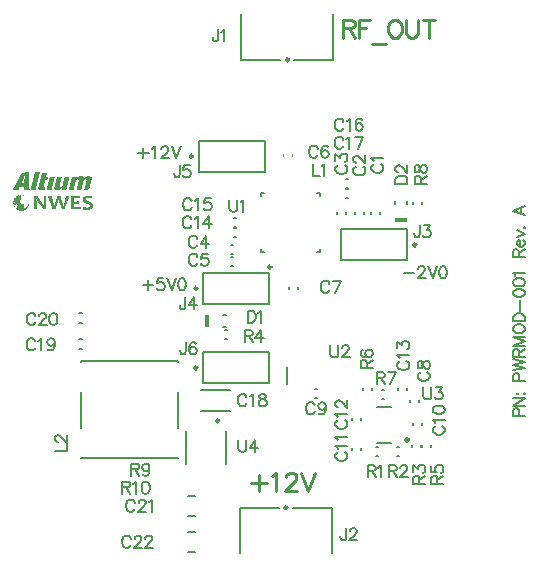
<source format=gto>
G04*
G04 #@! TF.GenerationSoftware,Altium Limited,Altium Designer,23.8.1 (32)*
G04*
G04 Layer_Color=65535*
%FSLAX25Y25*%
%MOIN*%
G70*
G04*
G04 #@! TF.SameCoordinates,C2238681-CFA7-4295-91EC-4EAF016C526F*
G04*
G04*
G04 #@! TF.FilePolarity,Positive*
G04*
G01*
G75*
%ADD10C,0.01000*%
%ADD11C,0.00984*%
%ADD12C,0.00787*%
%ADD13C,0.00500*%
%ADD14C,0.00000*%
%ADD15C,0.00800*%
%ADD16R,0.03937X0.01575*%
%ADD17R,0.01575X0.03937*%
G36*
X34408Y128836D02*
X34511D01*
Y128826D01*
X34584D01*
Y128815D01*
X34635D01*
Y128805D01*
X34687D01*
Y128795D01*
X34728D01*
Y128784D01*
X34769D01*
Y128774D01*
X34800D01*
Y128764D01*
X34831D01*
Y128753D01*
X34862D01*
Y128743D01*
X34883D01*
Y128733D01*
X34914D01*
Y128723D01*
X34934D01*
Y128712D01*
X34955D01*
Y128702D01*
X34975D01*
Y128691D01*
X34996D01*
Y128681D01*
X35017D01*
Y128671D01*
X35027D01*
Y128661D01*
X35048D01*
Y128650D01*
X35068D01*
Y128640D01*
X35079D01*
Y128630D01*
X35089D01*
Y128619D01*
X35109D01*
Y128609D01*
X35120D01*
Y128599D01*
X35130D01*
Y128588D01*
X35140D01*
Y128578D01*
X35151D01*
Y128568D01*
X35161D01*
Y128557D01*
X35171D01*
Y128547D01*
X35182D01*
Y128526D01*
X35192D01*
Y128516D01*
X35202D01*
Y128506D01*
X35213D01*
Y128485D01*
X35223D01*
Y128465D01*
X35233D01*
Y128444D01*
X35244D01*
Y128423D01*
X35254D01*
Y128403D01*
X35264D01*
Y128372D01*
X35274D01*
Y128341D01*
X35285D01*
Y128310D01*
X35295D01*
Y128258D01*
X35306D01*
Y128207D01*
Y128197D01*
Y128186D01*
X35316D01*
Y127970D01*
X35306D01*
Y127877D01*
X35295D01*
Y127805D01*
X35285D01*
Y127753D01*
X35274D01*
Y127701D01*
X35264D01*
Y127650D01*
X35254D01*
Y127609D01*
X35244D01*
Y127567D01*
X35233D01*
Y127526D01*
X35223D01*
Y127485D01*
X35213D01*
Y127444D01*
X35202D01*
Y127402D01*
X35192D01*
Y127361D01*
X35182D01*
Y127330D01*
X35171D01*
Y127289D01*
X35161D01*
Y127248D01*
X35151D01*
Y127206D01*
X35140D01*
Y127165D01*
X35130D01*
Y127124D01*
X35120D01*
Y127083D01*
X35109D01*
Y127041D01*
X35099D01*
Y127000D01*
X35089D01*
Y126959D01*
X35079D01*
Y126918D01*
X35068D01*
Y126876D01*
X35058D01*
Y126835D01*
X35048D01*
Y126794D01*
X35037D01*
Y126752D01*
X35027D01*
Y126711D01*
X35017D01*
Y126670D01*
X35006D01*
Y126629D01*
X34996D01*
Y126587D01*
X34986D01*
Y126546D01*
X34975D01*
Y126505D01*
X34965D01*
Y126464D01*
X34955D01*
Y126422D01*
X34944D01*
Y126381D01*
X34934D01*
Y126340D01*
X34924D01*
Y126299D01*
X34914D01*
Y126257D01*
X34903D01*
Y126216D01*
X34893D01*
Y126175D01*
X34883D01*
Y126134D01*
X34872D01*
Y126092D01*
X34862D01*
Y126051D01*
X34852D01*
Y126010D01*
X34841D01*
Y125969D01*
X34831D01*
Y125927D01*
X34821D01*
Y125886D01*
X34810D01*
Y125845D01*
X34800D01*
Y125804D01*
X34790D01*
Y125762D01*
X34779D01*
Y125721D01*
X34769D01*
Y125680D01*
X34759D01*
Y125638D01*
X34749D01*
Y125597D01*
X34738D01*
Y125556D01*
X34728D01*
Y125515D01*
X34718D01*
Y125473D01*
X34707D01*
Y125432D01*
X34697D01*
Y125391D01*
X34687D01*
Y125350D01*
X34676D01*
Y125309D01*
X34666D01*
Y125267D01*
X34656D01*
Y125226D01*
X34645D01*
Y125185D01*
X34635D01*
Y125144D01*
X34625D01*
Y125112D01*
X34614D01*
Y125082D01*
X34604D01*
Y125051D01*
X34594D01*
Y125020D01*
X34584D01*
Y124999D01*
X34573D01*
Y124978D01*
X34563D01*
Y124958D01*
X34552D01*
Y124937D01*
X34542D01*
Y124917D01*
X34532D01*
Y124896D01*
X34522D01*
Y124875D01*
X34511D01*
Y124865D01*
X34501D01*
Y124844D01*
X34491D01*
Y124834D01*
X34480D01*
Y124813D01*
X34470D01*
Y124803D01*
X34460D01*
Y124793D01*
X34449D01*
Y124782D01*
X34439D01*
Y124762D01*
X34429D01*
Y124751D01*
X34418D01*
Y124741D01*
X34408D01*
Y124731D01*
X34398D01*
Y124721D01*
X34387D01*
Y124710D01*
X34377D01*
Y124700D01*
X34367D01*
Y124690D01*
X34357D01*
Y124679D01*
X34346D01*
Y124669D01*
X34336D01*
Y124659D01*
X34326D01*
Y124648D01*
X34315D01*
Y124638D01*
X34305D01*
Y124628D01*
X34295D01*
Y124617D01*
X34284D01*
Y124607D01*
X34264D01*
Y124597D01*
X34253D01*
Y124586D01*
X34243D01*
Y124576D01*
X34222D01*
Y124566D01*
X34212D01*
Y124556D01*
X34192D01*
Y124545D01*
X34181D01*
Y124535D01*
X34161D01*
Y124525D01*
X34150D01*
Y124514D01*
X34130D01*
Y124504D01*
X34109D01*
Y124494D01*
X34099D01*
Y124483D01*
X34078D01*
Y124473D01*
X34058D01*
Y124463D01*
X34037D01*
Y124452D01*
X34006D01*
Y124442D01*
X33985D01*
Y124432D01*
X33965D01*
Y124422D01*
X33934D01*
Y124411D01*
X33903D01*
Y124401D01*
X33872D01*
Y124390D01*
X33841D01*
Y124380D01*
X33800D01*
Y124370D01*
X33758D01*
Y124360D01*
X33696D01*
Y124349D01*
X33614D01*
Y124339D01*
X32789D01*
Y124349D01*
X32799D01*
Y124390D01*
X32809D01*
Y124432D01*
X32820D01*
Y124473D01*
X32830D01*
Y124514D01*
X32840D01*
Y124556D01*
X32851D01*
Y124597D01*
X32861D01*
Y124638D01*
X32871D01*
Y124679D01*
X32882D01*
Y124721D01*
X32892D01*
Y124762D01*
X32902D01*
Y124803D01*
X32913D01*
Y124844D01*
X32923D01*
Y124886D01*
X32933D01*
Y124927D01*
X32943D01*
Y124968D01*
X32954D01*
Y125009D01*
X32964D01*
Y125051D01*
X32974D01*
Y125092D01*
X32985D01*
Y125133D01*
X32995D01*
Y125174D01*
X33005D01*
Y125216D01*
X33016D01*
Y125257D01*
X33026D01*
Y125298D01*
X33036D01*
Y125339D01*
X33047D01*
Y125381D01*
X33057D01*
Y125422D01*
X33067D01*
Y125463D01*
X33078D01*
Y125504D01*
X33088D01*
Y125546D01*
X33098D01*
Y125587D01*
X33108D01*
Y125628D01*
X33119D01*
Y125670D01*
X33129D01*
Y125711D01*
X33140D01*
Y125752D01*
X33150D01*
Y125793D01*
X33160D01*
Y125835D01*
X33170D01*
Y125876D01*
X33181D01*
Y125917D01*
X33191D01*
Y125958D01*
X33201D01*
Y125999D01*
X33212D01*
Y126041D01*
X33222D01*
Y126082D01*
X33232D01*
Y126123D01*
X33243D01*
Y126165D01*
X33253D01*
Y126206D01*
X33263D01*
Y126247D01*
X33274D01*
Y126288D01*
X33284D01*
Y126330D01*
X33294D01*
Y126371D01*
X33305D01*
Y126412D01*
X33315D01*
Y126453D01*
X33325D01*
Y126495D01*
X33335D01*
Y126536D01*
X33346D01*
Y126577D01*
X33356D01*
Y126618D01*
X33366D01*
Y126660D01*
X33377D01*
Y126701D01*
X33387D01*
Y126742D01*
X33397D01*
Y126783D01*
X33408D01*
Y126825D01*
X33418D01*
Y126866D01*
X33428D01*
Y126907D01*
X33439D01*
Y126948D01*
X33449D01*
Y126990D01*
X33459D01*
Y127031D01*
X33470D01*
Y127072D01*
X33480D01*
Y127113D01*
X33490D01*
Y127155D01*
X33500D01*
Y127196D01*
X33511D01*
Y127237D01*
X33521D01*
Y127278D01*
X33531D01*
Y127330D01*
X33542D01*
Y127402D01*
X33552D01*
Y127505D01*
X33542D01*
Y127557D01*
X33531D01*
Y127588D01*
X33521D01*
Y127609D01*
X33511D01*
Y127629D01*
X33500D01*
Y127639D01*
X33490D01*
Y127660D01*
X33480D01*
Y127670D01*
X33470D01*
Y127681D01*
X33459D01*
Y127691D01*
X33439D01*
Y127701D01*
X33428D01*
Y127712D01*
X33408D01*
Y127722D01*
X33377D01*
Y127732D01*
X33346D01*
Y127743D01*
X33294D01*
Y127753D01*
X33067D01*
Y127743D01*
X33016D01*
Y127732D01*
X32974D01*
Y127722D01*
X32943D01*
Y127712D01*
X32913D01*
Y127701D01*
X32892D01*
Y127691D01*
X32871D01*
Y127681D01*
X32861D01*
Y127670D01*
X32840D01*
Y127660D01*
X32820D01*
Y127650D01*
X32809D01*
Y127639D01*
X32799D01*
Y127629D01*
X32789D01*
Y127619D01*
X32768D01*
Y127609D01*
X32758D01*
Y127598D01*
X32748D01*
Y127588D01*
X32737D01*
Y127578D01*
X32727D01*
Y127557D01*
X32717D01*
Y127547D01*
X32706D01*
Y127536D01*
X32696D01*
Y127526D01*
X32686D01*
Y127505D01*
X32675D01*
Y127495D01*
X32665D01*
Y127474D01*
X32655D01*
Y127454D01*
X32644D01*
Y127433D01*
X32634D01*
Y127413D01*
X32624D01*
Y127392D01*
X32614D01*
Y127371D01*
X32603D01*
Y127340D01*
X32593D01*
Y127309D01*
X32583D01*
Y127278D01*
X32572D01*
Y127248D01*
X32562D01*
Y127206D01*
X32552D01*
Y127165D01*
X32541D01*
Y127124D01*
X32531D01*
Y127083D01*
X32521D01*
Y127041D01*
X32510D01*
Y127000D01*
X32500D01*
Y126959D01*
X32490D01*
Y126918D01*
X32479D01*
Y126876D01*
X32469D01*
Y126835D01*
X32459D01*
Y126794D01*
X32448D01*
Y126752D01*
X32438D01*
Y126711D01*
X32428D01*
Y126670D01*
X32418D01*
Y126629D01*
X32407D01*
Y126587D01*
X32397D01*
Y126546D01*
X32386D01*
Y126505D01*
X32376D01*
Y126464D01*
X32366D01*
Y126422D01*
X32356D01*
Y126381D01*
X32345D01*
Y126340D01*
X32335D01*
Y126299D01*
X32325D01*
Y126257D01*
X32314D01*
Y126216D01*
X32304D01*
Y126175D01*
X32294D01*
Y126134D01*
X32283D01*
Y126092D01*
X32273D01*
Y126051D01*
X32263D01*
Y126010D01*
X32252D01*
Y125969D01*
X32242D01*
Y125927D01*
X32232D01*
Y125886D01*
X32221D01*
Y125845D01*
X32211D01*
Y125804D01*
X32201D01*
Y125762D01*
X32191D01*
Y125731D01*
X32180D01*
Y125690D01*
X32170D01*
Y125649D01*
X32160D01*
Y125608D01*
X32149D01*
Y125566D01*
X32139D01*
Y125525D01*
X32129D01*
Y125484D01*
X32118D01*
Y125443D01*
X32108D01*
Y125401D01*
X32098D01*
Y125360D01*
X32087D01*
Y125319D01*
X32077D01*
Y125277D01*
X32067D01*
Y125236D01*
X32056D01*
Y125195D01*
X32046D01*
Y125154D01*
X32036D01*
Y125112D01*
X32026D01*
Y125071D01*
X32015D01*
Y125030D01*
X32005D01*
Y124989D01*
X31995D01*
Y124948D01*
X31984D01*
Y124906D01*
X31974D01*
Y124865D01*
X31964D01*
Y124824D01*
X31953D01*
Y124782D01*
X31943D01*
Y124741D01*
X31933D01*
Y124700D01*
X31922D01*
Y124659D01*
X31912D01*
Y124617D01*
X31902D01*
Y124576D01*
X31892D01*
Y124535D01*
X31881D01*
Y124494D01*
X31871D01*
Y124452D01*
X31861D01*
Y124411D01*
X31850D01*
Y124370D01*
X31840D01*
Y124339D01*
X30200D01*
Y124349D01*
X30210D01*
Y124390D01*
X30221D01*
Y124432D01*
X30231D01*
Y124473D01*
X30241D01*
Y124514D01*
X30252D01*
Y124556D01*
X30262D01*
Y124597D01*
X30272D01*
Y124638D01*
X30283D01*
Y124679D01*
X30293D01*
Y124721D01*
X30303D01*
Y124762D01*
X30313D01*
Y124803D01*
X30324D01*
Y124844D01*
X30334D01*
Y124886D01*
X30344D01*
Y124927D01*
X30355D01*
Y124968D01*
X30365D01*
Y124999D01*
X30375D01*
Y125040D01*
X30386D01*
Y125082D01*
X30396D01*
Y125123D01*
X30406D01*
Y125164D01*
X30417D01*
Y125205D01*
X30427D01*
Y125247D01*
X30437D01*
Y125288D01*
X30448D01*
Y125329D01*
X30458D01*
Y125370D01*
X30468D01*
Y125412D01*
X30478D01*
Y125453D01*
X30489D01*
Y125494D01*
X30499D01*
Y125535D01*
X30509D01*
Y125577D01*
X30520D01*
Y125618D01*
X30530D01*
Y125659D01*
X30540D01*
Y125700D01*
X30551D01*
Y125742D01*
X30561D01*
Y125783D01*
X30571D01*
Y125824D01*
X30582D01*
Y125865D01*
X30592D01*
Y125907D01*
X30602D01*
Y125948D01*
X30612D01*
Y125989D01*
X30623D01*
Y126031D01*
X30633D01*
Y126072D01*
X30643D01*
Y126113D01*
X30654D01*
Y126154D01*
X30664D01*
Y126196D01*
X30674D01*
Y126237D01*
X30685D01*
Y126278D01*
X30695D01*
Y126319D01*
X30705D01*
Y126360D01*
X30716D01*
Y126402D01*
X30726D01*
Y126443D01*
X30736D01*
Y126484D01*
X30747D01*
Y126525D01*
X30757D01*
Y126567D01*
X30767D01*
Y126608D01*
X30777D01*
Y126649D01*
X30788D01*
Y126691D01*
X30798D01*
Y126732D01*
X30808D01*
Y126773D01*
X30819D01*
Y126814D01*
X30829D01*
Y126856D01*
X30839D01*
Y126897D01*
X30850D01*
Y126938D01*
X30860D01*
Y126979D01*
X30870D01*
Y127021D01*
X30881D01*
Y127052D01*
X30891D01*
Y127093D01*
X30901D01*
Y127134D01*
X30912D01*
Y127175D01*
X30922D01*
Y127217D01*
X30932D01*
Y127268D01*
X30943D01*
Y127309D01*
X30953D01*
Y127382D01*
X30963D01*
Y127516D01*
X30953D01*
Y127557D01*
X30943D01*
Y127588D01*
X30932D01*
Y127609D01*
X30922D01*
Y127629D01*
X30912D01*
Y127650D01*
X30901D01*
Y127660D01*
X30891D01*
Y127670D01*
X30881D01*
Y127681D01*
X30870D01*
Y127691D01*
X30850D01*
Y127701D01*
X30839D01*
Y127712D01*
X30819D01*
Y127722D01*
X30788D01*
Y127732D01*
X30757D01*
Y127743D01*
X30705D01*
Y127753D01*
X30489D01*
Y127743D01*
X30427D01*
Y127732D01*
X30396D01*
Y127722D01*
X30365D01*
Y127712D01*
X30334D01*
Y127701D01*
X30313D01*
Y127691D01*
X30293D01*
Y127681D01*
X30283D01*
Y127670D01*
X30262D01*
Y127660D01*
X30252D01*
Y127650D01*
X30231D01*
Y127639D01*
X30221D01*
Y127629D01*
X30210D01*
Y127619D01*
X30200D01*
Y127609D01*
X30190D01*
Y127598D01*
X30179D01*
Y127588D01*
X30169D01*
Y127578D01*
X30159D01*
Y127567D01*
X30148D01*
Y127557D01*
X30138D01*
Y127547D01*
X30128D01*
Y127526D01*
X30117D01*
Y127516D01*
X30107D01*
Y127495D01*
X30097D01*
Y127485D01*
X30086D01*
Y127464D01*
X30076D01*
Y127444D01*
X30066D01*
Y127423D01*
X30055D01*
Y127402D01*
X30045D01*
Y127382D01*
X30035D01*
Y127351D01*
X30025D01*
Y127320D01*
X30014D01*
Y127289D01*
X30004D01*
Y127258D01*
X29994D01*
Y127217D01*
X29983D01*
Y127175D01*
X29973D01*
Y127134D01*
X29963D01*
Y127093D01*
X29952D01*
Y127052D01*
X29942D01*
Y127010D01*
X29932D01*
Y126969D01*
X29921D01*
Y126928D01*
X29911D01*
Y126887D01*
X29901D01*
Y126845D01*
X29890D01*
Y126804D01*
X29880D01*
Y126763D01*
X29870D01*
Y126722D01*
X29860D01*
Y126680D01*
X29849D01*
Y126639D01*
X29839D01*
Y126598D01*
X29829D01*
Y126557D01*
X29818D01*
Y126515D01*
X29808D01*
Y126474D01*
X29798D01*
Y126433D01*
X29787D01*
Y126391D01*
X29777D01*
Y126350D01*
X29767D01*
Y126309D01*
X29756D01*
Y126268D01*
X29746D01*
Y126237D01*
X29736D01*
Y126196D01*
X29726D01*
Y126154D01*
X29715D01*
Y126113D01*
X29705D01*
Y126072D01*
X29695D01*
Y126031D01*
X29684D01*
Y125989D01*
X29674D01*
Y125948D01*
X29664D01*
Y125907D01*
X29653D01*
Y125865D01*
X29643D01*
Y125824D01*
X29633D01*
Y125783D01*
X29622D01*
Y125742D01*
X29612D01*
Y125700D01*
X29602D01*
Y125659D01*
X29591D01*
Y125618D01*
X29581D01*
Y125577D01*
X29571D01*
Y125535D01*
X29561D01*
Y125494D01*
X29550D01*
Y125453D01*
X29540D01*
Y125412D01*
X29530D01*
Y125370D01*
X29519D01*
Y125329D01*
X29509D01*
Y125288D01*
X29499D01*
Y125247D01*
X29488D01*
Y125205D01*
X29478D01*
Y125164D01*
X29468D01*
Y125123D01*
X29457D01*
Y125082D01*
X29447D01*
Y125040D01*
X29437D01*
Y124999D01*
X29426D01*
Y124958D01*
X29416D01*
Y124917D01*
X29406D01*
Y124875D01*
X29395D01*
Y124834D01*
X29385D01*
Y124793D01*
X29375D01*
Y124751D01*
X29364D01*
Y124710D01*
X29354D01*
Y124669D01*
X29344D01*
Y124628D01*
X29334D01*
Y124586D01*
X29323D01*
Y124545D01*
X29313D01*
Y124504D01*
X29303D01*
Y124463D01*
X29292D01*
Y124422D01*
X29282D01*
Y124380D01*
X29272D01*
Y124339D01*
X27632D01*
Y124380D01*
X27642D01*
Y124422D01*
X27652D01*
Y124463D01*
X27663D01*
Y124504D01*
X27673D01*
Y124545D01*
X27683D01*
Y124586D01*
X27694D01*
Y124628D01*
X27704D01*
Y124669D01*
X27714D01*
Y124710D01*
X27724D01*
Y124751D01*
X27735D01*
Y124793D01*
X27745D01*
Y124834D01*
X27755D01*
Y124875D01*
X27766D01*
Y124917D01*
X27776D01*
Y124958D01*
X27786D01*
Y124999D01*
X27797D01*
Y125040D01*
X27807D01*
Y125082D01*
X27817D01*
Y125123D01*
X27828D01*
Y125164D01*
X27838D01*
Y125205D01*
X27848D01*
Y125236D01*
X27859D01*
Y125277D01*
X27869D01*
Y125319D01*
X27879D01*
Y125360D01*
X27890D01*
Y125401D01*
X27900D01*
Y125443D01*
X27910D01*
Y125484D01*
X27920D01*
Y125525D01*
X27931D01*
Y125566D01*
X27941D01*
Y125608D01*
X27951D01*
Y125649D01*
X27962D01*
Y125690D01*
X27972D01*
Y125731D01*
X27982D01*
Y125773D01*
X27993D01*
Y125814D01*
X28003D01*
Y125855D01*
X28013D01*
Y125896D01*
X28024D01*
Y125938D01*
X28034D01*
Y125979D01*
X28044D01*
Y126020D01*
X28055D01*
Y126061D01*
X28065D01*
Y126103D01*
X28075D01*
Y126144D01*
X28086D01*
Y126185D01*
X28096D01*
Y126226D01*
X28106D01*
Y126268D01*
X28117D01*
Y126309D01*
X28127D01*
Y126350D01*
X28137D01*
Y126391D01*
X28147D01*
Y126433D01*
X28158D01*
Y126474D01*
X28168D01*
Y126515D01*
X28178D01*
Y126557D01*
X28189D01*
Y126598D01*
X28199D01*
Y126639D01*
X28209D01*
Y126680D01*
X28220D01*
Y126722D01*
X28230D01*
Y126763D01*
X28240D01*
Y126804D01*
X28251D01*
Y126845D01*
X28261D01*
Y126887D01*
X28271D01*
Y126928D01*
X28282D01*
Y126969D01*
X28292D01*
Y127010D01*
X28302D01*
Y127052D01*
X28312D01*
Y127093D01*
X28323D01*
Y127134D01*
X28333D01*
Y127175D01*
X28343D01*
Y127217D01*
X28354D01*
Y127258D01*
X28364D01*
Y127299D01*
X28374D01*
Y127340D01*
X28385D01*
Y127382D01*
X28395D01*
Y127423D01*
X28405D01*
Y127464D01*
X28416D01*
Y127505D01*
X28426D01*
Y127547D01*
X28436D01*
Y127588D01*
X28446D01*
Y127629D01*
X28457D01*
Y127670D01*
X28467D01*
Y127701D01*
X28477D01*
Y127743D01*
X28488D01*
Y127784D01*
X28498D01*
Y127825D01*
X28508D01*
Y127866D01*
X28519D01*
Y127908D01*
X28529D01*
Y127949D01*
X28539D01*
Y127990D01*
X28550D01*
Y128031D01*
X28560D01*
Y128073D01*
X28570D01*
Y128114D01*
X28581D01*
Y128155D01*
X28591D01*
Y128197D01*
X28601D01*
Y128238D01*
X28612D01*
Y128279D01*
X28622D01*
Y128320D01*
X28632D01*
Y128361D01*
X28642D01*
Y128403D01*
X28653D01*
Y128444D01*
X28663D01*
Y128485D01*
X28673D01*
Y128526D01*
X28684D01*
Y128568D01*
X28694D01*
Y128609D01*
X28704D01*
Y128650D01*
X28715D01*
Y128691D01*
X28725D01*
Y128723D01*
X28735D01*
Y128733D01*
X30375D01*
Y128681D01*
X30365D01*
Y128640D01*
X30355D01*
Y128599D01*
X30344D01*
Y128557D01*
X30334D01*
Y128516D01*
X30324D01*
Y128475D01*
X30313D01*
Y128434D01*
X30303D01*
Y128392D01*
X30293D01*
Y128351D01*
X30283D01*
Y128310D01*
X30272D01*
Y128269D01*
X30262D01*
Y128217D01*
X30252D01*
Y128197D01*
X30272D01*
Y128207D01*
X30283D01*
Y128217D01*
X30293D01*
Y128227D01*
X30303D01*
Y128238D01*
X30313D01*
Y128258D01*
X30324D01*
Y128269D01*
X30334D01*
Y128279D01*
X30344D01*
Y128289D01*
X30355D01*
Y128300D01*
X30365D01*
Y128310D01*
X30375D01*
Y128320D01*
X30386D01*
Y128341D01*
X30396D01*
Y128351D01*
X30406D01*
Y128361D01*
X30417D01*
Y128372D01*
X30427D01*
Y128382D01*
X30437D01*
Y128392D01*
X30448D01*
Y128403D01*
X30468D01*
Y128413D01*
X30478D01*
Y128423D01*
X30489D01*
Y128434D01*
X30499D01*
Y128444D01*
X30509D01*
Y128454D01*
X30520D01*
Y128465D01*
X30530D01*
Y128475D01*
X30540D01*
Y128485D01*
X30561D01*
Y128496D01*
X30571D01*
Y128506D01*
X30582D01*
Y128516D01*
X30602D01*
Y128526D01*
X30612D01*
Y128537D01*
X30623D01*
Y128547D01*
X30643D01*
Y128557D01*
X30654D01*
Y128568D01*
X30674D01*
Y128578D01*
X30685D01*
Y128588D01*
X30705D01*
Y128599D01*
X30726D01*
Y128609D01*
X30736D01*
Y128619D01*
X30757D01*
Y128630D01*
X30777D01*
Y128640D01*
X30798D01*
Y128650D01*
X30808D01*
Y128661D01*
X30829D01*
Y128671D01*
X30850D01*
Y128681D01*
X30870D01*
Y128691D01*
X30901D01*
Y128702D01*
X30922D01*
Y128712D01*
X30943D01*
Y128723D01*
X30974D01*
Y128733D01*
X31005D01*
Y128743D01*
X31035D01*
Y128753D01*
X31066D01*
Y128764D01*
X31097D01*
Y128774D01*
X31128D01*
Y128784D01*
X31170D01*
Y128795D01*
X31211D01*
Y128805D01*
X31262D01*
Y128815D01*
X31324D01*
Y128826D01*
X31396D01*
Y128836D01*
X31510D01*
Y128846D01*
X31850D01*
Y128836D01*
X31964D01*
Y128826D01*
X32046D01*
Y128815D01*
X32108D01*
Y128805D01*
X32149D01*
Y128795D01*
X32191D01*
Y128784D01*
X32232D01*
Y128774D01*
X32263D01*
Y128764D01*
X32294D01*
Y128753D01*
X32314D01*
Y128743D01*
X32345D01*
Y128733D01*
X32366D01*
Y128723D01*
X32386D01*
Y128712D01*
X32407D01*
Y128702D01*
X32428D01*
Y128691D01*
X32438D01*
Y128681D01*
X32459D01*
Y128671D01*
X32469D01*
Y128661D01*
X32479D01*
Y128650D01*
X32500D01*
Y128640D01*
X32510D01*
Y128630D01*
X32521D01*
Y128619D01*
X32531D01*
Y128609D01*
X32541D01*
Y128599D01*
X32552D01*
Y128588D01*
X32562D01*
Y128578D01*
X32572D01*
Y128568D01*
X32583D01*
Y128557D01*
X32593D01*
Y128547D01*
X32603D01*
Y128526D01*
X32614D01*
Y128516D01*
X32624D01*
Y128506D01*
X32634D01*
Y128485D01*
X32644D01*
Y128475D01*
X32655D01*
Y128454D01*
X32665D01*
Y128434D01*
X32675D01*
Y128413D01*
X32686D01*
Y128392D01*
X32696D01*
Y128372D01*
X32706D01*
Y128341D01*
X32717D01*
Y128310D01*
X32727D01*
Y128279D01*
X32737D01*
Y128248D01*
X32748D01*
Y128197D01*
X32758D01*
Y128176D01*
X32768D01*
Y128186D01*
X32778D01*
Y128197D01*
X32789D01*
Y128217D01*
X32799D01*
Y128227D01*
X32809D01*
Y128238D01*
X32820D01*
Y128248D01*
X32830D01*
Y128258D01*
X32840D01*
Y128269D01*
X32851D01*
Y128279D01*
X32861D01*
Y128289D01*
X32871D01*
Y128300D01*
X32882D01*
Y128310D01*
X32892D01*
Y128320D01*
X32902D01*
Y128331D01*
X32913D01*
Y128341D01*
X32923D01*
Y128351D01*
X32933D01*
Y128361D01*
X32943D01*
Y128372D01*
X32954D01*
Y128382D01*
X32964D01*
Y128392D01*
X32974D01*
Y128403D01*
X32985D01*
Y128413D01*
X32995D01*
Y128423D01*
X33005D01*
Y128434D01*
X33016D01*
Y128444D01*
X33036D01*
Y128454D01*
X33047D01*
Y128465D01*
X33057D01*
Y128475D01*
X33067D01*
Y128485D01*
X33088D01*
Y128496D01*
X33098D01*
Y128506D01*
X33108D01*
Y128516D01*
X33129D01*
Y128526D01*
X33140D01*
Y128537D01*
X33160D01*
Y128547D01*
X33170D01*
Y128557D01*
X33191D01*
Y128568D01*
X33201D01*
Y128578D01*
X33222D01*
Y128588D01*
X33243D01*
Y128599D01*
X33253D01*
Y128609D01*
X33274D01*
Y128619D01*
X33294D01*
Y128630D01*
X33315D01*
Y128640D01*
X33335D01*
Y128650D01*
X33356D01*
Y128661D01*
X33377D01*
Y128671D01*
X33397D01*
Y128681D01*
X33418D01*
Y128691D01*
X33449D01*
Y128702D01*
X33480D01*
Y128712D01*
X33500D01*
Y128723D01*
X33531D01*
Y128733D01*
X33562D01*
Y128743D01*
X33593D01*
Y128753D01*
X33624D01*
Y128764D01*
X33665D01*
Y128774D01*
X33696D01*
Y128784D01*
X33738D01*
Y128795D01*
X33779D01*
Y128805D01*
X33830D01*
Y128815D01*
X33892D01*
Y128826D01*
X33965D01*
Y128836D01*
X34068D01*
Y128846D01*
X34408D01*
Y128836D01*
D02*
G37*
G36*
X27920Y128702D02*
X27910D01*
Y128661D01*
X27900D01*
Y128619D01*
X27890D01*
Y128578D01*
X27879D01*
Y128537D01*
X27869D01*
Y128496D01*
X27859D01*
Y128454D01*
X27848D01*
Y128413D01*
X27838D01*
Y128372D01*
X27828D01*
Y128331D01*
X27817D01*
Y128289D01*
X27807D01*
Y128248D01*
X27797D01*
Y128207D01*
X27786D01*
Y128165D01*
X27776D01*
Y128124D01*
X27766D01*
Y128083D01*
X27755D01*
Y128042D01*
X27745D01*
Y128000D01*
X27735D01*
Y127959D01*
X27724D01*
Y127918D01*
X27714D01*
Y127877D01*
X27704D01*
Y127835D01*
X27694D01*
Y127794D01*
X27683D01*
Y127753D01*
X27673D01*
Y127712D01*
X27663D01*
Y127670D01*
X27652D01*
Y127629D01*
X27642D01*
Y127588D01*
X27632D01*
Y127547D01*
X27621D01*
Y127505D01*
X27611D01*
Y127464D01*
X27601D01*
Y127423D01*
X27590D01*
Y127382D01*
X27580D01*
Y127340D01*
X27570D01*
Y127299D01*
X27560D01*
Y127258D01*
X27549D01*
Y127217D01*
X27539D01*
Y127175D01*
X27529D01*
Y127134D01*
X27518D01*
Y127093D01*
X27508D01*
Y127052D01*
X27498D01*
Y127010D01*
X27487D01*
Y126969D01*
X27477D01*
Y126928D01*
X27467D01*
Y126887D01*
X27456D01*
Y126845D01*
X27446D01*
Y126804D01*
X27436D01*
Y126763D01*
X27425D01*
Y126722D01*
X27415D01*
Y126680D01*
X27405D01*
Y126639D01*
X27395D01*
Y126598D01*
X27384D01*
Y126557D01*
X27374D01*
Y126515D01*
X27363D01*
Y126474D01*
X27353D01*
Y126433D01*
X27343D01*
Y126391D01*
X27333D01*
Y126350D01*
X27322D01*
Y126309D01*
X27312D01*
Y126268D01*
X27302D01*
Y126226D01*
X27291D01*
Y126185D01*
X27281D01*
Y126144D01*
X27271D01*
Y126103D01*
X27260D01*
Y126061D01*
X27250D01*
Y126020D01*
X27240D01*
Y125979D01*
X27229D01*
Y125938D01*
X27219D01*
Y125896D01*
X27209D01*
Y125855D01*
X27198D01*
Y125814D01*
X27188D01*
Y125773D01*
X27178D01*
Y125731D01*
X27168D01*
Y125690D01*
X27157D01*
Y125649D01*
X27147D01*
Y125608D01*
X27137D01*
Y125566D01*
X27126D01*
Y125525D01*
X27116D01*
Y125484D01*
X27106D01*
Y125443D01*
X27095D01*
Y125401D01*
X27085D01*
Y125360D01*
X27075D01*
Y125319D01*
X27064D01*
Y125277D01*
X27054D01*
Y125236D01*
X27044D01*
Y125195D01*
X27033D01*
Y125154D01*
X27023D01*
Y125112D01*
X27013D01*
Y125071D01*
X27003D01*
Y125030D01*
X26992D01*
Y124989D01*
X26982D01*
Y124948D01*
X26972D01*
Y124906D01*
X26961D01*
Y124865D01*
X26951D01*
Y124824D01*
X26941D01*
Y124782D01*
X26930D01*
Y124741D01*
X26920D01*
Y124700D01*
X26910D01*
Y124659D01*
X26899D01*
Y124617D01*
X26889D01*
Y124576D01*
X26879D01*
Y124535D01*
X26869D01*
Y124494D01*
X26858D01*
Y124452D01*
X26848D01*
Y124411D01*
X26838D01*
Y124370D01*
X26827D01*
Y124339D01*
X25198D01*
Y124380D01*
X25208D01*
Y124422D01*
X25218D01*
Y124473D01*
X25229D01*
Y124514D01*
X25239D01*
Y124556D01*
X25249D01*
Y124597D01*
X25259D01*
Y124638D01*
X25270D01*
Y124679D01*
X25280D01*
Y124721D01*
X25290D01*
Y124762D01*
X25301D01*
Y124803D01*
X25311D01*
Y124855D01*
X25321D01*
Y124865D01*
X25290D01*
Y124844D01*
X25280D01*
Y124834D01*
X25270D01*
Y124824D01*
X25259D01*
Y124813D01*
X25249D01*
Y124793D01*
X25239D01*
Y124782D01*
X25229D01*
Y124772D01*
X25218D01*
Y124762D01*
X25208D01*
Y124751D01*
X25198D01*
Y124741D01*
X25187D01*
Y124731D01*
X25177D01*
Y124721D01*
X25167D01*
Y124710D01*
X25156D01*
Y124700D01*
X25146D01*
Y124690D01*
X25136D01*
Y124679D01*
X25125D01*
Y124669D01*
X25115D01*
Y124659D01*
X25105D01*
Y124648D01*
X25094D01*
Y124638D01*
X25084D01*
Y124628D01*
X25074D01*
Y124617D01*
X25053D01*
Y124607D01*
X25043D01*
Y124597D01*
X25032D01*
Y124586D01*
X25022D01*
Y124576D01*
X25002D01*
Y124566D01*
X24991D01*
Y124556D01*
X24981D01*
Y124545D01*
X24960D01*
Y124535D01*
X24950D01*
Y124525D01*
X24940D01*
Y124514D01*
X24919D01*
Y124504D01*
X24909D01*
Y124494D01*
X24888D01*
Y124483D01*
X24878D01*
Y124473D01*
X24857D01*
Y124463D01*
X24837D01*
Y124452D01*
X24816D01*
Y124442D01*
X24806D01*
Y124432D01*
X24785D01*
Y124422D01*
X24764D01*
Y124411D01*
X24744D01*
Y124401D01*
X24723D01*
Y124390D01*
X24702D01*
Y124380D01*
X24671D01*
Y124370D01*
X24651D01*
Y124360D01*
X24620D01*
Y124349D01*
X24599D01*
Y124339D01*
X24568D01*
Y124329D01*
X24538D01*
Y124318D01*
X24507D01*
Y124308D01*
X24465D01*
Y124298D01*
X24434D01*
Y124287D01*
X24393D01*
Y124277D01*
X24341D01*
Y124267D01*
X24290D01*
Y124256D01*
X24228D01*
Y124246D01*
X24135D01*
Y124236D01*
X23939D01*
Y124225D01*
X23826D01*
Y124236D01*
X23661D01*
Y124246D01*
X23578D01*
Y124256D01*
X23527D01*
Y124267D01*
X23475D01*
Y124277D01*
X23434D01*
Y124287D01*
X23393D01*
Y124298D01*
X23362D01*
Y124308D01*
X23331D01*
Y124318D01*
X23300D01*
Y124329D01*
X23279D01*
Y124339D01*
X23258D01*
Y124349D01*
X23238D01*
Y124360D01*
X23207D01*
Y124370D01*
X23197D01*
Y124380D01*
X23176D01*
Y124390D01*
X23155D01*
Y124401D01*
X23135D01*
Y124411D01*
X23124D01*
Y124422D01*
X23104D01*
Y124432D01*
X23094D01*
Y124442D01*
X23083D01*
Y124452D01*
X23063D01*
Y124463D01*
X23052D01*
Y124473D01*
X23042D01*
Y124483D01*
X23032D01*
Y124494D01*
X23021D01*
Y124504D01*
X23001D01*
Y124514D01*
X22990D01*
Y124525D01*
X22980D01*
Y124535D01*
X22970D01*
Y124556D01*
X22959D01*
Y124566D01*
X22949D01*
Y124576D01*
X22939D01*
Y124597D01*
X22928D01*
Y124607D01*
X22918D01*
Y124628D01*
X22908D01*
Y124648D01*
X22897D01*
Y124669D01*
X22887D01*
Y124690D01*
X22877D01*
Y124721D01*
X22867D01*
Y124751D01*
X22856D01*
Y124793D01*
X22846D01*
Y124844D01*
X22836D01*
Y124948D01*
X22825D01*
Y125061D01*
X22836D01*
Y125185D01*
X22846D01*
Y125257D01*
X22856D01*
Y125319D01*
X22867D01*
Y125370D01*
X22877D01*
Y125412D01*
X22887D01*
Y125453D01*
X22897D01*
Y125494D01*
X22908D01*
Y125535D01*
X22918D01*
Y125577D01*
X22928D01*
Y125618D01*
X22939D01*
Y125659D01*
X22949D01*
Y125700D01*
X22959D01*
Y125742D01*
X22970D01*
Y125783D01*
X22980D01*
Y125824D01*
X22990D01*
Y125865D01*
X23001D01*
Y125907D01*
X23011D01*
Y125948D01*
X23021D01*
Y125989D01*
X23032D01*
Y126031D01*
X23042D01*
Y126072D01*
X23052D01*
Y126113D01*
X23063D01*
Y126154D01*
X23073D01*
Y126196D01*
X23083D01*
Y126237D01*
X23094D01*
Y126278D01*
X23104D01*
Y126319D01*
X23114D01*
Y126360D01*
X23124D01*
Y126402D01*
X23135D01*
Y126443D01*
X23145D01*
Y126484D01*
X23155D01*
Y126525D01*
X23166D01*
Y126567D01*
X23176D01*
Y126608D01*
X23186D01*
Y126649D01*
X23197D01*
Y126691D01*
X23207D01*
Y126732D01*
X23217D01*
Y126773D01*
X23227D01*
Y126814D01*
X23238D01*
Y126856D01*
X23248D01*
Y126897D01*
X23258D01*
Y126938D01*
X23269D01*
Y126979D01*
X23279D01*
Y127021D01*
X23289D01*
Y127062D01*
X23300D01*
Y127103D01*
X23310D01*
Y127144D01*
X23320D01*
Y127186D01*
X23331D01*
Y127227D01*
X23341D01*
Y127268D01*
X23351D01*
Y127309D01*
X23362D01*
Y127351D01*
X23372D01*
Y127392D01*
X23382D01*
Y127433D01*
X23393D01*
Y127474D01*
X23403D01*
Y127516D01*
X23413D01*
Y127557D01*
X23424D01*
Y127598D01*
X23434D01*
Y127639D01*
X23444D01*
Y127681D01*
X23455D01*
Y127722D01*
X23465D01*
Y127763D01*
X23475D01*
Y127805D01*
X23485D01*
Y127846D01*
X23496D01*
Y127887D01*
X23506D01*
Y127928D01*
X23516D01*
Y127970D01*
X23527D01*
Y128011D01*
X23537D01*
Y128052D01*
X23547D01*
Y128093D01*
X23558D01*
Y128135D01*
X23568D01*
Y128176D01*
X23578D01*
Y128217D01*
X23589D01*
Y128258D01*
X23599D01*
Y128300D01*
X23609D01*
Y128341D01*
X23619D01*
Y128382D01*
X23630D01*
Y128423D01*
X23640D01*
Y128465D01*
X23650D01*
Y128506D01*
X23661D01*
Y128547D01*
X23671D01*
Y128588D01*
X23681D01*
Y128630D01*
X23692D01*
Y128671D01*
X23702D01*
Y128712D01*
X23712D01*
Y128723D01*
X25342D01*
Y128681D01*
X25332D01*
Y128640D01*
X25321D01*
Y128599D01*
X25311D01*
Y128557D01*
X25301D01*
Y128516D01*
X25290D01*
Y128475D01*
X25280D01*
Y128434D01*
X25270D01*
Y128392D01*
X25259D01*
Y128351D01*
X25249D01*
Y128310D01*
X25239D01*
Y128269D01*
X25229D01*
Y128227D01*
X25218D01*
Y128186D01*
X25208D01*
Y128145D01*
X25198D01*
Y128104D01*
X25187D01*
Y128062D01*
X25177D01*
Y128021D01*
X25167D01*
Y127980D01*
X25156D01*
Y127939D01*
X25146D01*
Y127897D01*
X25136D01*
Y127856D01*
X25125D01*
Y127815D01*
X25115D01*
Y127774D01*
X25105D01*
Y127732D01*
X25094D01*
Y127691D01*
X25084D01*
Y127650D01*
X25074D01*
Y127609D01*
X25063D01*
Y127567D01*
X25053D01*
Y127526D01*
X25043D01*
Y127485D01*
X25032D01*
Y127444D01*
X25022D01*
Y127402D01*
X25012D01*
Y127361D01*
X25002D01*
Y127320D01*
X24991D01*
Y127278D01*
X24981D01*
Y127237D01*
X24971D01*
Y127196D01*
X24960D01*
Y127155D01*
X24950D01*
Y127113D01*
X24940D01*
Y127072D01*
X24929D01*
Y127031D01*
X24919D01*
Y126990D01*
X24909D01*
Y126948D01*
X24898D01*
Y126907D01*
X24888D01*
Y126876D01*
Y126866D01*
X24878D01*
Y126825D01*
X24868D01*
Y126783D01*
X24857D01*
Y126742D01*
X24847D01*
Y126701D01*
X24837D01*
Y126660D01*
X24826D01*
Y126618D01*
X24816D01*
Y126577D01*
X24806D01*
Y126536D01*
X24795D01*
Y126505D01*
X24785D01*
Y126464D01*
X24775D01*
Y126422D01*
X24764D01*
Y126381D01*
X24754D01*
Y126340D01*
X24744D01*
Y126299D01*
X24733D01*
Y126257D01*
X24723D01*
Y126216D01*
X24713D01*
Y126175D01*
X24702D01*
Y126134D01*
X24692D01*
Y126092D01*
X24682D01*
Y126051D01*
X24671D01*
Y126010D01*
X24661D01*
Y125969D01*
X24651D01*
Y125927D01*
X24641D01*
Y125886D01*
X24630D01*
Y125845D01*
X24620D01*
Y125804D01*
X24610D01*
Y125752D01*
X24599D01*
Y125690D01*
X24589D01*
Y125546D01*
X24599D01*
Y125504D01*
X24610D01*
Y125473D01*
X24620D01*
Y125453D01*
X24630D01*
Y125432D01*
X24641D01*
Y125412D01*
X24651D01*
Y125401D01*
X24661D01*
Y125391D01*
X24671D01*
Y125381D01*
X24682D01*
Y125370D01*
X24702D01*
Y125360D01*
X24713D01*
Y125350D01*
X24733D01*
Y125339D01*
X24764D01*
Y125329D01*
X24795D01*
Y125319D01*
X24847D01*
Y125309D01*
X25053D01*
Y125319D01*
X25115D01*
Y125329D01*
X25146D01*
Y125339D01*
X25177D01*
Y125350D01*
X25208D01*
Y125360D01*
X25229D01*
Y125370D01*
X25249D01*
Y125381D01*
X25270D01*
Y125391D01*
X25280D01*
Y125401D01*
X25301D01*
Y125412D01*
X25311D01*
Y125422D01*
X25321D01*
Y125432D01*
X25342D01*
Y125443D01*
X25352D01*
Y125453D01*
X25363D01*
Y125463D01*
X25373D01*
Y125473D01*
X25383D01*
Y125484D01*
X25394D01*
Y125494D01*
X25404D01*
Y125515D01*
X25414D01*
Y125525D01*
X25425D01*
Y125535D01*
X25435D01*
Y125556D01*
X25445D01*
Y125566D01*
X25455D01*
Y125587D01*
X25466D01*
Y125608D01*
X25476D01*
Y125628D01*
X25486D01*
Y125649D01*
X25497D01*
Y125670D01*
X25507D01*
Y125690D01*
X25517D01*
Y125721D01*
X25528D01*
Y125742D01*
X25538D01*
Y125783D01*
X25548D01*
Y125814D01*
X25559D01*
Y125855D01*
X25569D01*
Y125896D01*
X25579D01*
Y125938D01*
X25589D01*
Y125979D01*
X25600D01*
Y126020D01*
X25610D01*
Y126061D01*
X25620D01*
Y126103D01*
X25631D01*
Y126144D01*
X25641D01*
Y126185D01*
X25651D01*
Y126226D01*
X25662D01*
Y126268D01*
X25672D01*
Y126309D01*
X25682D01*
Y126350D01*
X25693D01*
Y126391D01*
X25703D01*
Y126433D01*
X25713D01*
Y126464D01*
X25724D01*
Y126505D01*
X25734D01*
Y126546D01*
X25744D01*
Y126587D01*
X25754D01*
Y126629D01*
X25765D01*
Y126670D01*
X25775D01*
Y126711D01*
X25785D01*
Y126752D01*
X25796D01*
Y126794D01*
X25806D01*
Y126835D01*
X25816D01*
Y126876D01*
X25827D01*
Y126918D01*
X25837D01*
Y126959D01*
X25847D01*
Y127000D01*
X25858D01*
Y127041D01*
X25868D01*
Y127083D01*
X25878D01*
Y127124D01*
X25889D01*
Y127165D01*
X25899D01*
Y127206D01*
X25909D01*
Y127248D01*
X25919D01*
Y127289D01*
X25930D01*
Y127330D01*
X25940D01*
Y127371D01*
X25951D01*
Y127413D01*
X25961D01*
Y127454D01*
X25971D01*
Y127495D01*
X25981D01*
Y127536D01*
X25992D01*
Y127578D01*
X26002D01*
Y127619D01*
X26012D01*
Y127660D01*
X26023D01*
Y127701D01*
X26033D01*
Y127743D01*
X26043D01*
Y127784D01*
X26054D01*
Y127825D01*
X26064D01*
Y127866D01*
X26074D01*
Y127908D01*
X26085D01*
Y127949D01*
X26095D01*
Y127990D01*
X26105D01*
Y128031D01*
X26116D01*
Y128073D01*
X26126D01*
Y128114D01*
X26136D01*
Y128155D01*
X26147D01*
Y128197D01*
X26157D01*
Y128238D01*
X26167D01*
Y128279D01*
X26177D01*
Y128320D01*
X26188D01*
Y128361D01*
X26198D01*
Y128403D01*
X26208D01*
Y128444D01*
X26219D01*
Y128485D01*
X26229D01*
Y128526D01*
X26239D01*
Y128568D01*
X26250D01*
Y128609D01*
X26260D01*
Y128650D01*
X26270D01*
Y128691D01*
X26281D01*
Y128723D01*
X27920D01*
Y128702D01*
D02*
G37*
G36*
X22970Y128712D02*
X22959D01*
Y128691D01*
Y128681D01*
Y128671D01*
X22949D01*
Y128630D01*
X22939D01*
Y128588D01*
X22928D01*
Y128547D01*
X22918D01*
Y128506D01*
X22908D01*
Y128465D01*
X22897D01*
Y128423D01*
X22887D01*
Y128382D01*
X22877D01*
Y128341D01*
X22867D01*
Y128300D01*
X22856D01*
Y128258D01*
X22846D01*
Y128217D01*
X22836D01*
Y128176D01*
X22825D01*
Y128135D01*
X22815D01*
Y128093D01*
X22805D01*
Y128052D01*
X22794D01*
Y128011D01*
X22784D01*
Y127970D01*
X22774D01*
Y127928D01*
X22763D01*
Y127887D01*
X22753D01*
Y127846D01*
X22743D01*
Y127805D01*
X22733D01*
Y127763D01*
X22722D01*
Y127722D01*
X22712D01*
Y127691D01*
X22702D01*
Y127650D01*
X22691D01*
Y127609D01*
X22681D01*
Y127567D01*
X22671D01*
Y127526D01*
X22660D01*
Y127485D01*
X22650D01*
Y127444D01*
X22640D01*
Y127402D01*
X22629D01*
Y127361D01*
X22619D01*
Y127320D01*
X22609D01*
Y127278D01*
X22598D01*
Y127237D01*
X22588D01*
Y127196D01*
X22578D01*
Y127155D01*
X22567D01*
Y127113D01*
X22557D01*
Y127072D01*
X22547D01*
Y127031D01*
X22536D01*
Y126990D01*
X22526D01*
Y126948D01*
X22516D01*
Y126907D01*
X22506D01*
Y126866D01*
X22495D01*
Y126825D01*
X22485D01*
Y126783D01*
X22475D01*
Y126742D01*
X22464D01*
Y126701D01*
X22454D01*
Y126660D01*
X22444D01*
Y126618D01*
X22433D01*
Y126577D01*
X22423D01*
Y126536D01*
X22413D01*
Y126495D01*
X22402D01*
Y126453D01*
X22392D01*
Y126412D01*
X22382D01*
Y126371D01*
X22372D01*
Y126330D01*
X22361D01*
Y126288D01*
X22351D01*
Y126247D01*
X22341D01*
Y126206D01*
X22330D01*
Y126165D01*
X22320D01*
Y126123D01*
X22310D01*
Y126082D01*
X22299D01*
Y126041D01*
X22289D01*
Y125999D01*
X22279D01*
Y125958D01*
X22268D01*
Y125917D01*
X22258D01*
Y125876D01*
X22248D01*
Y125835D01*
X22237D01*
Y125793D01*
X22227D01*
Y125752D01*
X22217D01*
Y125711D01*
X22207D01*
Y125670D01*
X22196D01*
Y125628D01*
X22186D01*
Y125587D01*
X22175D01*
Y125546D01*
X22165D01*
Y125504D01*
X22155D01*
Y125463D01*
X22145D01*
Y125422D01*
X22134D01*
Y125391D01*
X22124D01*
Y125350D01*
X22114D01*
Y125309D01*
X22103D01*
Y125267D01*
X22093D01*
Y125226D01*
X22083D01*
Y125185D01*
X22072D01*
Y125144D01*
X22062D01*
Y125102D01*
X22052D01*
Y125061D01*
X22041D01*
Y125020D01*
X22031D01*
Y124978D01*
X22021D01*
Y124937D01*
X22011D01*
Y124896D01*
X22000D01*
Y124855D01*
X21990D01*
Y124813D01*
X21980D01*
Y124772D01*
X21969D01*
Y124731D01*
X21959D01*
Y124690D01*
X21949D01*
Y124648D01*
X21938D01*
Y124607D01*
X21928D01*
Y124566D01*
X21918D01*
Y124525D01*
X21907D01*
Y124483D01*
X21897D01*
Y124442D01*
X21887D01*
Y124401D01*
X21876D01*
Y124360D01*
X21866D01*
Y124339D01*
X20236D01*
Y124370D01*
X20247D01*
Y124411D01*
X20257D01*
Y124452D01*
X20267D01*
Y124494D01*
X20278D01*
Y124535D01*
X20288D01*
Y124576D01*
X20298D01*
Y124617D01*
X20309D01*
Y124659D01*
X20319D01*
Y124700D01*
X20329D01*
Y124741D01*
X20340D01*
Y124782D01*
X20350D01*
Y124824D01*
X20360D01*
Y124865D01*
X20370D01*
Y124906D01*
X20381D01*
Y124948D01*
X20391D01*
Y124989D01*
X20402D01*
Y125030D01*
X20412D01*
Y125071D01*
X20422D01*
Y125112D01*
X20432D01*
Y125154D01*
X20443D01*
Y125195D01*
X20453D01*
Y125236D01*
X20463D01*
Y125277D01*
X20474D01*
Y125319D01*
X20484D01*
Y125360D01*
X20494D01*
Y125401D01*
X20505D01*
Y125443D01*
X20515D01*
Y125484D01*
X20525D01*
Y125525D01*
X20536D01*
Y125566D01*
X20546D01*
Y125608D01*
X20556D01*
Y125649D01*
X20567D01*
Y125690D01*
X20577D01*
Y125731D01*
X20587D01*
Y125773D01*
X20597D01*
Y125814D01*
X20608D01*
Y125855D01*
X20618D01*
Y125896D01*
X20628D01*
Y125938D01*
X20639D01*
Y125979D01*
X20649D01*
Y126020D01*
X20659D01*
Y126061D01*
X20670D01*
Y126103D01*
X20680D01*
Y126144D01*
X20690D01*
Y126185D01*
X20701D01*
Y126226D01*
X20711D01*
Y126268D01*
X20721D01*
Y126309D01*
X20731D01*
Y126350D01*
X20742D01*
Y126391D01*
X20752D01*
Y126433D01*
X20763D01*
Y126474D01*
X20773D01*
Y126515D01*
X20783D01*
Y126557D01*
X20793D01*
Y126598D01*
X20804D01*
Y126639D01*
X20814D01*
Y126680D01*
X20824D01*
Y126722D01*
X20835D01*
Y126763D01*
X20845D01*
Y126804D01*
X20855D01*
Y126845D01*
X20866D01*
Y126887D01*
X20876D01*
Y126928D01*
X20886D01*
Y126969D01*
X20897D01*
Y127010D01*
X20907D01*
Y127052D01*
X20917D01*
Y127093D01*
X20928D01*
Y127134D01*
X20938D01*
Y127175D01*
X20948D01*
Y127217D01*
X20958D01*
Y127258D01*
X20969D01*
Y127299D01*
X20979D01*
Y127340D01*
X20989D01*
Y127382D01*
X21000D01*
Y127423D01*
X21010D01*
Y127464D01*
X21020D01*
Y127505D01*
X21031D01*
Y127547D01*
X21041D01*
Y127588D01*
X21051D01*
Y127629D01*
X21062D01*
Y127670D01*
X21072D01*
Y127712D01*
X21082D01*
Y127753D01*
X21092D01*
Y127794D01*
X21103D01*
Y127835D01*
X21113D01*
Y127877D01*
X21124D01*
Y127918D01*
X21134D01*
Y127959D01*
X21144D01*
Y128000D01*
X21154D01*
Y128042D01*
X21165D01*
Y128083D01*
X21175D01*
Y128124D01*
X21185D01*
Y128165D01*
X21196D01*
Y128207D01*
X21206D01*
Y128248D01*
X21216D01*
Y128289D01*
X21227D01*
Y128331D01*
X21237D01*
Y128372D01*
X21247D01*
Y128413D01*
X21258D01*
Y128454D01*
X21268D01*
Y128496D01*
X21278D01*
Y128537D01*
X21289D01*
Y128578D01*
X21299D01*
Y128619D01*
X21309D01*
Y128661D01*
X21319D01*
Y128702D01*
X21330D01*
Y128723D01*
X22970D01*
Y128712D01*
D02*
G37*
G36*
X17978Y130084D02*
X17967D01*
Y130043D01*
X17957D01*
Y130001D01*
X17947D01*
Y129960D01*
X17936D01*
Y129919D01*
X17926D01*
Y129878D01*
X17916D01*
Y129836D01*
X17905D01*
Y129795D01*
X17895D01*
Y129754D01*
X17885D01*
Y129713D01*
X17875D01*
Y129671D01*
X17864D01*
Y129630D01*
X17854D01*
Y129589D01*
X17843D01*
Y129548D01*
X17833D01*
Y129506D01*
X17823D01*
Y129465D01*
X17813D01*
Y129434D01*
X17802D01*
Y129393D01*
X17792D01*
Y129352D01*
X17782D01*
Y129310D01*
X17771D01*
Y129269D01*
X17761D01*
Y129228D01*
X17751D01*
Y129187D01*
X17740D01*
Y129145D01*
X17730D01*
Y129104D01*
X17720D01*
Y129063D01*
X17709D01*
Y129022D01*
X17699D01*
Y128980D01*
X17689D01*
Y128939D01*
X17679D01*
Y128898D01*
X17668D01*
Y128857D01*
X17658D01*
Y128815D01*
X17648D01*
Y128774D01*
X17637D01*
Y128733D01*
X17627D01*
Y128691D01*
X17617D01*
Y128650D01*
X17606D01*
Y128609D01*
X17596D01*
Y128568D01*
X17586D01*
Y128526D01*
X17575D01*
Y128485D01*
X17565D01*
Y128444D01*
X17555D01*
Y128403D01*
X17544D01*
Y128361D01*
X17534D01*
Y128320D01*
X17524D01*
Y128279D01*
X17514D01*
Y128238D01*
X17503D01*
Y128197D01*
X17493D01*
Y128155D01*
X17483D01*
Y128114D01*
X17472D01*
Y128073D01*
X17462D01*
Y128031D01*
X17452D01*
Y127990D01*
X17441D01*
Y127949D01*
X17431D01*
Y127908D01*
X17421D01*
Y127866D01*
X17410D01*
Y127825D01*
X17400D01*
Y127784D01*
X17390D01*
Y127743D01*
X17379D01*
Y127701D01*
X17369D01*
Y127660D01*
X17359D01*
Y127619D01*
X17348D01*
Y127578D01*
X17338D01*
Y127536D01*
X17328D01*
Y127495D01*
X17318D01*
Y127454D01*
X17307D01*
Y127413D01*
X17297D01*
Y127371D01*
X17287D01*
Y127330D01*
X17276D01*
Y127289D01*
X17266D01*
Y127248D01*
X17256D01*
Y127217D01*
X17245D01*
Y127175D01*
X17235D01*
Y127134D01*
X17225D01*
Y127093D01*
X17214D01*
Y127052D01*
X17204D01*
Y127010D01*
X17194D01*
Y126969D01*
X17183D01*
Y126928D01*
X17173D01*
Y126887D01*
X17163D01*
Y126845D01*
X17153D01*
Y126804D01*
X17142D01*
Y126763D01*
X17132D01*
Y126722D01*
X17121D01*
Y126680D01*
X17111D01*
Y126639D01*
X17101D01*
Y126598D01*
X17091D01*
Y126557D01*
X17080D01*
Y126515D01*
X17070D01*
Y126474D01*
X17060D01*
Y126433D01*
X17049D01*
Y126391D01*
X17039D01*
Y126350D01*
X17029D01*
Y126309D01*
X17018D01*
Y126268D01*
X17008D01*
Y126226D01*
X16998D01*
Y126185D01*
X16987D01*
Y126144D01*
X16977D01*
Y126103D01*
X16967D01*
Y126061D01*
X16957D01*
Y126020D01*
X16946D01*
Y125979D01*
X16936D01*
Y125938D01*
X16926D01*
Y125896D01*
X16915D01*
Y125855D01*
X16905D01*
Y125814D01*
X16895D01*
Y125773D01*
X16884D01*
Y125731D01*
X16874D01*
Y125690D01*
X16864D01*
Y125649D01*
X16853D01*
Y125608D01*
X16843D01*
Y125566D01*
X16833D01*
Y125525D01*
X16822D01*
Y125484D01*
X16812D01*
Y125443D01*
X16802D01*
Y125401D01*
X16792D01*
Y125360D01*
X16781D01*
Y125319D01*
X16771D01*
Y125277D01*
X16761D01*
Y125236D01*
X16750D01*
Y125195D01*
X16740D01*
Y125154D01*
X16730D01*
Y125112D01*
X16719D01*
Y125071D01*
X16709D01*
Y125040D01*
X16699D01*
Y124999D01*
X16688D01*
Y124958D01*
X16678D01*
Y124917D01*
X16668D01*
Y124875D01*
X16657D01*
Y124834D01*
X16647D01*
Y124793D01*
X16637D01*
Y124751D01*
X16626D01*
Y124710D01*
X16616D01*
Y124669D01*
X16606D01*
Y124628D01*
X16596D01*
Y124586D01*
X16585D01*
Y124545D01*
X16575D01*
Y124504D01*
X16565D01*
Y124463D01*
X16554D01*
Y124422D01*
X16544D01*
Y124380D01*
X16534D01*
Y124339D01*
X14894D01*
Y124360D01*
X14904D01*
Y124390D01*
X14914D01*
Y124432D01*
X14925D01*
Y124473D01*
X14935D01*
Y124514D01*
X14945D01*
Y124556D01*
X14956D01*
Y124597D01*
X14966D01*
Y124638D01*
X14976D01*
Y124679D01*
X14987D01*
Y124721D01*
X14997D01*
Y124762D01*
X15007D01*
Y124803D01*
X15018D01*
Y124844D01*
X15028D01*
Y124886D01*
X15038D01*
Y124927D01*
X15048D01*
Y124968D01*
X15059D01*
Y125009D01*
X15069D01*
Y125051D01*
X15079D01*
Y125092D01*
X15090D01*
Y125133D01*
X15100D01*
Y125174D01*
X15110D01*
Y125216D01*
X15121D01*
Y125257D01*
X15131D01*
Y125298D01*
X15141D01*
Y125339D01*
X15152D01*
Y125381D01*
X15162D01*
Y125422D01*
X15172D01*
Y125463D01*
X15182D01*
Y125504D01*
X15193D01*
Y125546D01*
X15203D01*
Y125587D01*
X15213D01*
Y125628D01*
X15224D01*
Y125670D01*
X15234D01*
Y125711D01*
X15244D01*
Y125752D01*
X15255D01*
Y125793D01*
X15265D01*
Y125835D01*
X15275D01*
Y125876D01*
X15286D01*
Y125917D01*
X15296D01*
Y125958D01*
X15306D01*
Y125999D01*
X15317D01*
Y126041D01*
X15327D01*
Y126082D01*
X15337D01*
Y126123D01*
X15348D01*
Y126165D01*
X15358D01*
Y126206D01*
X15368D01*
Y126247D01*
X15379D01*
Y126288D01*
X15389D01*
Y126330D01*
X15399D01*
Y126371D01*
X15409D01*
Y126412D01*
X15420D01*
Y126453D01*
X15430D01*
Y126495D01*
X15440D01*
Y126536D01*
X15451D01*
Y126577D01*
X15461D01*
Y126618D01*
X15471D01*
Y126660D01*
X15482D01*
Y126701D01*
X15492D01*
Y126742D01*
X15502D01*
Y126783D01*
X15513D01*
Y126825D01*
X15523D01*
Y126866D01*
X15533D01*
Y126907D01*
X15543D01*
Y126948D01*
X15554D01*
Y126990D01*
X15564D01*
Y127031D01*
X15574D01*
Y127072D01*
X15585D01*
Y127113D01*
X15595D01*
Y127155D01*
X15605D01*
Y127196D01*
X15616D01*
Y127237D01*
X15626D01*
Y127278D01*
X15636D01*
Y127320D01*
X15647D01*
Y127361D01*
X15657D01*
Y127402D01*
X15667D01*
Y127444D01*
X15678D01*
Y127485D01*
X15688D01*
Y127526D01*
X15698D01*
Y127567D01*
X15709D01*
Y127609D01*
X15719D01*
Y127650D01*
X15729D01*
Y127691D01*
X15739D01*
Y127732D01*
X15750D01*
Y127774D01*
X15760D01*
Y127815D01*
X15770D01*
Y127856D01*
X15781D01*
Y127897D01*
X15791D01*
Y127939D01*
X15801D01*
Y127980D01*
X15812D01*
Y128021D01*
X15822D01*
Y128062D01*
X15832D01*
Y128104D01*
X15843D01*
Y128145D01*
X15853D01*
Y128186D01*
X15863D01*
Y128227D01*
X15874D01*
Y128269D01*
X15884D01*
Y128310D01*
X15894D01*
Y128351D01*
X15904D01*
Y128392D01*
X15915D01*
Y128434D01*
X15925D01*
Y128475D01*
X15935D01*
Y128516D01*
X15946D01*
Y128557D01*
X15956D01*
Y128599D01*
X15966D01*
Y128640D01*
X15977D01*
Y128681D01*
X15987D01*
Y128723D01*
X15997D01*
Y128764D01*
X16008D01*
Y128805D01*
X16018D01*
Y128846D01*
X16028D01*
Y128887D01*
X16039D01*
Y128929D01*
X16049D01*
Y128970D01*
X16059D01*
Y129011D01*
X16070D01*
Y129052D01*
X16080D01*
Y129094D01*
X16090D01*
Y129135D01*
X16101D01*
Y129176D01*
X16111D01*
Y129218D01*
X16121D01*
Y129259D01*
X16131D01*
Y129300D01*
X16142D01*
Y129341D01*
X16152D01*
Y129383D01*
X16162D01*
Y129424D01*
X16173D01*
Y129465D01*
X16183D01*
Y129506D01*
X16193D01*
Y129548D01*
X16204D01*
Y129589D01*
X16214D01*
Y129630D01*
X16224D01*
Y129671D01*
X16235D01*
Y129713D01*
X16245D01*
Y129754D01*
X16255D01*
Y129795D01*
X16265D01*
Y129836D01*
X16276D01*
Y129878D01*
X16286D01*
Y129919D01*
X16296D01*
Y129960D01*
X16307D01*
Y130001D01*
X16317D01*
Y130043D01*
X16327D01*
Y130084D01*
X16338D01*
Y130125D01*
X17978D01*
Y130084D01*
D02*
G37*
G36*
X14326Y130094D02*
X14337D01*
Y129826D01*
X14347D01*
Y129548D01*
X14357D01*
Y129279D01*
X14368D01*
Y129001D01*
X14378D01*
Y128733D01*
X14388D01*
Y128454D01*
X14399D01*
Y128186D01*
X14409D01*
Y127908D01*
X14419D01*
Y127639D01*
X14430D01*
Y127361D01*
X14440D01*
Y127093D01*
X14450D01*
Y126814D01*
X14460D01*
Y126546D01*
X14471D01*
Y126268D01*
X14481D01*
Y125999D01*
X14491D01*
Y125721D01*
X14502D01*
Y125453D01*
X14512D01*
Y125174D01*
X14522D01*
Y124906D01*
X14533D01*
Y124628D01*
X14543D01*
Y124360D01*
X14553D01*
Y124339D01*
X12666D01*
Y124483D01*
X12676D01*
Y124679D01*
X12686D01*
Y124865D01*
X12697D01*
Y125061D01*
X12707D01*
Y125247D01*
X12717D01*
Y125339D01*
X11304D01*
Y125319D01*
X11294D01*
Y125298D01*
X11284D01*
Y125277D01*
X11273D01*
Y125257D01*
X11263D01*
Y125226D01*
X11253D01*
Y125205D01*
X11242D01*
Y125185D01*
X11232D01*
Y125164D01*
X11222D01*
Y125133D01*
X11212D01*
Y125112D01*
X11201D01*
Y125092D01*
X11191D01*
Y125061D01*
X11181D01*
Y125040D01*
X11170D01*
Y125020D01*
X11160D01*
Y124999D01*
X11150D01*
Y124968D01*
X11139D01*
Y124948D01*
X11129D01*
Y124927D01*
X11119D01*
Y124906D01*
X11108D01*
Y124875D01*
X11098D01*
Y124855D01*
X11088D01*
Y124834D01*
X11077D01*
Y124803D01*
X11067D01*
Y124782D01*
X11057D01*
Y124762D01*
X11046D01*
Y124741D01*
X11036D01*
Y124710D01*
X11026D01*
Y124690D01*
X11016D01*
Y124669D01*
X11005D01*
Y124648D01*
X10995D01*
Y124617D01*
X10985D01*
Y124597D01*
X10974D01*
Y124576D01*
X10964D01*
Y124545D01*
X10954D01*
Y124525D01*
X10943D01*
Y124504D01*
X10933D01*
Y124483D01*
X10923D01*
Y124452D01*
X10912D01*
Y124432D01*
X10902D01*
Y124411D01*
X10892D01*
Y124390D01*
X10881D01*
Y124360D01*
X10871D01*
Y124339D01*
X8984D01*
Y124349D01*
X8994D01*
Y124370D01*
X9004D01*
Y124390D01*
X9015D01*
Y124411D01*
X9025D01*
Y124432D01*
X9035D01*
Y124442D01*
X9046D01*
Y124463D01*
X9056D01*
Y124483D01*
X9066D01*
Y124504D01*
X9076D01*
Y124525D01*
X9087D01*
Y124545D01*
X9097D01*
Y124566D01*
X9107D01*
Y124576D01*
X9118D01*
Y124597D01*
X9128D01*
Y124617D01*
X9138D01*
Y124638D01*
X9149D01*
Y124659D01*
X9159D01*
Y124679D01*
X9169D01*
Y124700D01*
X9180D01*
Y124721D01*
X9190D01*
Y124731D01*
X9200D01*
Y124751D01*
X9211D01*
Y124772D01*
X9221D01*
Y124793D01*
X9231D01*
Y124813D01*
X9241D01*
Y124834D01*
X9252D01*
Y124855D01*
X9262D01*
Y124865D01*
X9273D01*
Y124886D01*
X9283D01*
Y124906D01*
X9293D01*
Y124927D01*
X9303D01*
Y124948D01*
X9314D01*
Y124968D01*
X9324D01*
Y124989D01*
X9334D01*
Y124999D01*
X9345D01*
Y125020D01*
X9355D01*
Y125040D01*
X9365D01*
Y125061D01*
X9376D01*
Y125082D01*
X9386D01*
Y125102D01*
X9396D01*
Y125123D01*
X9407D01*
Y125144D01*
X9417D01*
Y125154D01*
X9427D01*
Y125174D01*
X9437D01*
Y125195D01*
X9448D01*
Y125216D01*
X9458D01*
Y125236D01*
X9468D01*
Y125257D01*
X9479D01*
Y125277D01*
X9489D01*
Y125288D01*
X9499D01*
Y125309D01*
X9510D01*
Y125329D01*
X9520D01*
Y125350D01*
X9530D01*
Y125370D01*
X9541D01*
Y125391D01*
X9551D01*
Y125412D01*
X9561D01*
Y125422D01*
X9572D01*
Y125443D01*
X9582D01*
Y125463D01*
X9592D01*
Y125484D01*
X9602D01*
Y125504D01*
X9613D01*
Y125525D01*
X9623D01*
Y125546D01*
X9634D01*
Y125556D01*
X9644D01*
Y125577D01*
X9654D01*
Y125597D01*
X9664D01*
Y125618D01*
X9675D01*
Y125638D01*
X9685D01*
Y125659D01*
X9695D01*
Y125680D01*
X9706D01*
Y125700D01*
X9716D01*
Y125711D01*
X9726D01*
Y125731D01*
X9737D01*
Y125752D01*
X9747D01*
Y125773D01*
X9757D01*
Y125793D01*
X9768D01*
Y125814D01*
X9778D01*
Y125835D01*
X9788D01*
Y125845D01*
X9798D01*
Y125865D01*
X9809D01*
Y125886D01*
X9819D01*
Y125907D01*
X9829D01*
Y125927D01*
X9840D01*
Y125948D01*
X9850D01*
Y125969D01*
X9860D01*
Y125979D01*
X9871D01*
Y125999D01*
X9881D01*
Y126020D01*
X9891D01*
Y126041D01*
X9902D01*
Y126061D01*
X9912D01*
Y126082D01*
X9922D01*
Y126103D01*
X9933D01*
Y126123D01*
X9943D01*
Y126134D01*
X9953D01*
Y126154D01*
X9963D01*
Y126175D01*
X9974D01*
Y126196D01*
X9984D01*
Y126216D01*
X9995D01*
Y126237D01*
X10005D01*
Y126257D01*
X10015D01*
Y126268D01*
X10025D01*
Y126288D01*
X10036D01*
Y126309D01*
X10046D01*
Y126330D01*
X10056D01*
Y126350D01*
X10067D01*
Y126371D01*
X10077D01*
Y126391D01*
X10087D01*
Y126402D01*
X10098D01*
Y126422D01*
X10108D01*
Y126443D01*
X10118D01*
Y126464D01*
X10129D01*
Y126484D01*
X10139D01*
Y126505D01*
X10149D01*
Y126525D01*
X10159D01*
Y126536D01*
X10170D01*
Y126557D01*
X10180D01*
Y126577D01*
X10190D01*
Y126598D01*
X10201D01*
Y126618D01*
X10211D01*
Y126639D01*
X10221D01*
Y126660D01*
X10232D01*
Y126680D01*
X10242D01*
Y126691D01*
X10252D01*
Y126711D01*
X10263D01*
Y126732D01*
X10273D01*
Y126752D01*
X10283D01*
Y126773D01*
X10294D01*
Y126794D01*
X10304D01*
Y126814D01*
X10314D01*
Y126825D01*
X10324D01*
Y126845D01*
X10335D01*
Y126866D01*
X10345D01*
Y126887D01*
X10355D01*
Y126907D01*
X10366D01*
Y126928D01*
X10376D01*
Y126948D01*
X10386D01*
Y126959D01*
X10397D01*
Y126979D01*
X10407D01*
Y127000D01*
X10417D01*
Y127021D01*
X10428D01*
Y127041D01*
X10438D01*
Y127062D01*
X10448D01*
Y127083D01*
X10459D01*
Y127103D01*
X10469D01*
Y127113D01*
X10479D01*
Y127134D01*
X10490D01*
Y127155D01*
X10500D01*
Y127175D01*
X10510D01*
Y127196D01*
X10520D01*
Y127217D01*
X10531D01*
Y127237D01*
X10541D01*
Y127248D01*
X10551D01*
Y127268D01*
X10562D01*
Y127289D01*
X10572D01*
Y127309D01*
X10582D01*
Y127330D01*
X10593D01*
Y127351D01*
X10603D01*
Y127371D01*
X10613D01*
Y127382D01*
X10624D01*
Y127402D01*
X10634D01*
Y127423D01*
X10644D01*
Y127444D01*
X10655D01*
Y127464D01*
X10665D01*
Y127485D01*
X10675D01*
Y127505D01*
X10685D01*
Y127516D01*
X10696D01*
Y127536D01*
X10706D01*
Y127557D01*
X10716D01*
Y127578D01*
X10727D01*
Y127598D01*
X10737D01*
Y127619D01*
X10747D01*
Y127639D01*
X10758D01*
Y127660D01*
X10768D01*
Y127670D01*
X10778D01*
Y127691D01*
X10789D01*
Y127712D01*
X10799D01*
Y127732D01*
X10809D01*
Y127753D01*
X10820D01*
Y127774D01*
X10830D01*
Y127794D01*
X10840D01*
Y127805D01*
X10851D01*
Y127825D01*
X10861D01*
Y127846D01*
X10871D01*
Y127866D01*
X10881D01*
Y127887D01*
X10892D01*
Y127908D01*
X10902D01*
Y127928D01*
X10912D01*
Y127939D01*
X10923D01*
Y127959D01*
X10933D01*
Y127980D01*
X10943D01*
Y128000D01*
X10954D01*
Y128021D01*
X10964D01*
Y128042D01*
X10974D01*
Y128062D01*
X10985D01*
Y128083D01*
X10995D01*
Y128093D01*
X11005D01*
Y128114D01*
X11016D01*
Y128135D01*
X11026D01*
Y128155D01*
X11036D01*
Y128176D01*
X11046D01*
Y128197D01*
X11057D01*
Y128217D01*
X11067D01*
Y128227D01*
X11077D01*
Y128248D01*
X11088D01*
Y128269D01*
X11098D01*
Y128289D01*
X11108D01*
Y128310D01*
X11119D01*
Y128331D01*
X11129D01*
Y128351D01*
X11139D01*
Y128361D01*
X11150D01*
Y128382D01*
X11160D01*
Y128403D01*
X11170D01*
Y128423D01*
X11181D01*
Y128444D01*
X11191D01*
Y128465D01*
X11201D01*
Y128485D01*
X11212D01*
Y128496D01*
X11222D01*
Y128516D01*
X11232D01*
Y128537D01*
X11242D01*
Y128557D01*
X11253D01*
Y128578D01*
X11263D01*
Y128599D01*
X11273D01*
Y128619D01*
X11284D01*
Y128640D01*
X11294D01*
Y128650D01*
X11304D01*
Y128671D01*
X11315D01*
Y128691D01*
X11325D01*
Y128712D01*
X11335D01*
Y128733D01*
X11346D01*
Y128753D01*
X11356D01*
Y128774D01*
X11366D01*
Y128784D01*
X11377D01*
Y128805D01*
X11387D01*
Y128826D01*
X11397D01*
Y128846D01*
X11407D01*
Y128867D01*
X11418D01*
Y128887D01*
X11428D01*
Y128908D01*
X11438D01*
Y128918D01*
X11449D01*
Y128939D01*
X11459D01*
Y128960D01*
X11469D01*
Y128980D01*
X11480D01*
Y129001D01*
X11490D01*
Y129011D01*
X11500D01*
Y129032D01*
X11511D01*
Y129052D01*
X11521D01*
Y129063D01*
X11531D01*
Y129084D01*
X11542D01*
Y129094D01*
X11552D01*
Y129114D01*
X11562D01*
Y129125D01*
X11573D01*
Y129145D01*
X11583D01*
Y129156D01*
X11593D01*
Y129176D01*
X11603D01*
Y129187D01*
X11614D01*
Y129207D01*
X11624D01*
Y129218D01*
X11634D01*
Y129228D01*
X11645D01*
Y129248D01*
X11655D01*
Y129259D01*
X11665D01*
Y129269D01*
X11676D01*
Y129279D01*
X11686D01*
Y129300D01*
X11696D01*
Y129310D01*
X11707D01*
Y129321D01*
X11717D01*
Y129331D01*
X11727D01*
Y129341D01*
X11738D01*
Y129362D01*
X11748D01*
Y129372D01*
X11758D01*
Y129383D01*
X11768D01*
Y129393D01*
X11779D01*
Y129403D01*
X11789D01*
Y129413D01*
X11799D01*
Y129424D01*
X11810D01*
Y129434D01*
X11820D01*
Y129445D01*
X11830D01*
Y129455D01*
X11841D01*
Y129465D01*
X11851D01*
Y129475D01*
X11861D01*
Y129486D01*
X11872D01*
Y129496D01*
X11882D01*
Y129506D01*
X11892D01*
Y129517D01*
X11903D01*
Y129527D01*
X11913D01*
Y129537D01*
X11923D01*
Y129548D01*
X11934D01*
Y129558D01*
X11944D01*
Y129568D01*
X11954D01*
Y129578D01*
X11964D01*
Y129589D01*
X11985D01*
Y129599D01*
X11995D01*
Y129610D01*
X12006D01*
Y129620D01*
X12016D01*
Y129630D01*
X12026D01*
Y129640D01*
X12047D01*
Y129651D01*
X12057D01*
Y129661D01*
X12068D01*
Y129671D01*
X12078D01*
Y129682D01*
X12099D01*
Y129692D01*
X12109D01*
Y129702D01*
X12129D01*
Y129713D01*
X12140D01*
Y129723D01*
X12150D01*
Y129733D01*
X12171D01*
Y129744D01*
X12181D01*
Y129754D01*
X12202D01*
Y129764D01*
X12212D01*
Y129774D01*
X12233D01*
Y129785D01*
X12243D01*
Y129795D01*
X12264D01*
Y129806D01*
X12284D01*
Y129816D01*
X12295D01*
Y129826D01*
X12315D01*
Y129836D01*
X12336D01*
Y129847D01*
X12356D01*
Y129857D01*
X12367D01*
Y129867D01*
X12387D01*
Y129878D01*
X12408D01*
Y129888D01*
X12429D01*
Y129898D01*
X12449D01*
Y129909D01*
X12470D01*
Y129919D01*
X12490D01*
Y129929D01*
X12521D01*
Y129940D01*
X12542D01*
Y129950D01*
X12563D01*
Y129960D01*
X12594D01*
Y129971D01*
X12614D01*
Y129981D01*
X12645D01*
Y129991D01*
X12676D01*
Y130001D01*
X12697D01*
Y130012D01*
X12728D01*
Y130022D01*
X12769D01*
Y130032D01*
X12800D01*
Y130043D01*
X12831D01*
Y130053D01*
X12872D01*
Y130063D01*
X12913D01*
Y130074D01*
X12965D01*
Y130084D01*
X13016D01*
Y130094D01*
X13078D01*
Y130105D01*
X13151D01*
Y130115D01*
X13243D01*
Y130125D01*
X14326D01*
Y130094D01*
D02*
G37*
G36*
X20391Y130043D02*
X20381D01*
Y130001D01*
X20370D01*
Y129960D01*
X20360D01*
Y129919D01*
X20350D01*
Y129888D01*
X20340D01*
Y129847D01*
X20329D01*
Y129806D01*
X20319D01*
Y129764D01*
X20309D01*
Y129723D01*
X20298D01*
Y129682D01*
X20288D01*
Y129640D01*
X20278D01*
Y129599D01*
X20267D01*
Y129568D01*
X20257D01*
Y129527D01*
X20247D01*
Y129486D01*
X20236D01*
Y129445D01*
X20226D01*
Y129403D01*
X20216D01*
Y129362D01*
X20206D01*
Y129321D01*
X20195D01*
Y129290D01*
X20185D01*
Y129248D01*
X20175D01*
Y129207D01*
X20164D01*
Y129166D01*
X20154D01*
Y129125D01*
X20144D01*
Y129084D01*
X20133D01*
Y129042D01*
X20123D01*
Y129001D01*
X20113D01*
Y128970D01*
X20102D01*
Y128929D01*
X20092D01*
Y128887D01*
X20082D01*
Y128846D01*
X20071D01*
Y128805D01*
X20061D01*
Y128764D01*
X20051D01*
Y128723D01*
X20721D01*
Y128681D01*
X20711D01*
Y128640D01*
X20701D01*
Y128599D01*
X20690D01*
Y128557D01*
X20680D01*
Y128516D01*
X20670D01*
Y128475D01*
X20659D01*
Y128434D01*
X20649D01*
Y128392D01*
X20639D01*
Y128351D01*
X20628D01*
Y128310D01*
X20618D01*
Y128269D01*
X20608D01*
Y128227D01*
X20597D01*
Y128186D01*
X20587D01*
Y128145D01*
X20577D01*
Y128104D01*
X20567D01*
Y128062D01*
X20556D01*
Y128021D01*
X20546D01*
Y127980D01*
X20536D01*
Y127939D01*
X20525D01*
Y127897D01*
X20515D01*
Y127856D01*
X20505D01*
Y127815D01*
X20494D01*
Y127774D01*
X20484D01*
Y127743D01*
X19793D01*
Y127712D01*
X19783D01*
Y127670D01*
X19772D01*
Y127629D01*
X19762D01*
Y127588D01*
X19752D01*
Y127547D01*
X19741D01*
Y127495D01*
X19731D01*
Y127454D01*
X19721D01*
Y127413D01*
X19710D01*
Y127371D01*
X19700D01*
Y127330D01*
X19690D01*
Y127289D01*
X19680D01*
Y127248D01*
X19669D01*
Y127206D01*
X19659D01*
Y127165D01*
X19648D01*
Y127124D01*
X19638D01*
Y127083D01*
X19628D01*
Y127041D01*
X19618D01*
Y127000D01*
X19607D01*
Y126959D01*
X19597D01*
Y126918D01*
X19587D01*
Y126876D01*
X19576D01*
Y126835D01*
X19566D01*
Y126794D01*
X19556D01*
Y126752D01*
X19545D01*
Y126711D01*
X19535D01*
Y126670D01*
X19525D01*
Y126629D01*
X19514D01*
Y126587D01*
X19504D01*
Y126546D01*
X19494D01*
Y126505D01*
X19484D01*
Y126464D01*
X19473D01*
Y126422D01*
X19463D01*
Y126381D01*
X19453D01*
Y126340D01*
X19442D01*
Y126299D01*
X19432D01*
Y126257D01*
X19422D01*
Y126216D01*
X19411D01*
Y126175D01*
X19401D01*
Y126134D01*
X19391D01*
Y126092D01*
X19380D01*
Y126051D01*
X19370D01*
Y126010D01*
X19360D01*
Y125969D01*
X19349D01*
Y125927D01*
X19339D01*
Y125886D01*
X19329D01*
Y125845D01*
X19319D01*
Y125804D01*
X19308D01*
Y125762D01*
X19298D01*
Y125721D01*
X19287D01*
Y125680D01*
X19277D01*
Y125638D01*
X19267D01*
Y125556D01*
X19257D01*
Y125525D01*
X19267D01*
Y125463D01*
X19277D01*
Y125443D01*
X19287D01*
Y125422D01*
X19298D01*
Y125412D01*
X19308D01*
Y125391D01*
X19319D01*
Y125381D01*
X19329D01*
Y125370D01*
X19349D01*
Y125360D01*
X19360D01*
Y125350D01*
X19380D01*
Y125339D01*
X19411D01*
Y125329D01*
X19442D01*
Y125319D01*
X19504D01*
Y125309D01*
X19875D01*
Y125298D01*
X19865D01*
Y125257D01*
X19855D01*
Y125216D01*
X19845D01*
Y125174D01*
X19834D01*
Y125133D01*
X19824D01*
Y125092D01*
X19814D01*
Y125051D01*
X19803D01*
Y125009D01*
X19793D01*
Y124968D01*
X19783D01*
Y124927D01*
X19772D01*
Y124886D01*
X19762D01*
Y124844D01*
X19752D01*
Y124803D01*
X19741D01*
Y124762D01*
X19731D01*
Y124721D01*
X19721D01*
Y124679D01*
X19710D01*
Y124638D01*
X19700D01*
Y124597D01*
X19690D01*
Y124556D01*
X19680D01*
Y124525D01*
X19669D01*
Y124483D01*
X19659D01*
Y124442D01*
X19648D01*
Y124401D01*
X19638D01*
Y124360D01*
X19628D01*
Y124339D01*
X19607D01*
Y124329D01*
X19473D01*
Y124318D01*
X19308D01*
Y124308D01*
X19112D01*
Y124298D01*
X18370D01*
Y124308D01*
X18256D01*
Y124318D01*
X18174D01*
Y124329D01*
X18101D01*
Y124339D01*
X18050D01*
Y124349D01*
X18009D01*
Y124360D01*
X17967D01*
Y124370D01*
X17926D01*
Y124380D01*
X17895D01*
Y124390D01*
X17864D01*
Y124401D01*
X17843D01*
Y124411D01*
X17813D01*
Y124422D01*
X17792D01*
Y124432D01*
X17771D01*
Y124442D01*
X17751D01*
Y124452D01*
X17740D01*
Y124463D01*
X17720D01*
Y124473D01*
X17709D01*
Y124483D01*
X17689D01*
Y124494D01*
X17679D01*
Y124504D01*
X17668D01*
Y124514D01*
X17648D01*
Y124525D01*
X17637D01*
Y124535D01*
X17627D01*
Y124545D01*
X17617D01*
Y124566D01*
X17606D01*
Y124576D01*
X17596D01*
Y124586D01*
X17586D01*
Y124607D01*
X17575D01*
Y124628D01*
X17565D01*
Y124648D01*
X17555D01*
Y124669D01*
X17544D01*
Y124700D01*
X17534D01*
Y124731D01*
X17524D01*
Y124782D01*
X17514D01*
Y124865D01*
X17503D01*
Y125020D01*
X17514D01*
Y125112D01*
X17524D01*
Y125185D01*
X17534D01*
Y125236D01*
X17544D01*
Y125288D01*
X17555D01*
Y125329D01*
X17565D01*
Y125370D01*
X17575D01*
Y125412D01*
X17586D01*
Y125453D01*
X17596D01*
Y125494D01*
X17606D01*
Y125535D01*
X17617D01*
Y125577D01*
X17627D01*
Y125618D01*
X17637D01*
Y125659D01*
X17648D01*
Y125700D01*
X17658D01*
Y125742D01*
X17668D01*
Y125783D01*
X17679D01*
Y125824D01*
X17689D01*
Y125865D01*
X17699D01*
Y125907D01*
X17709D01*
Y125948D01*
X17720D01*
Y125989D01*
X17730D01*
Y126031D01*
X17740D01*
Y126072D01*
X17751D01*
Y126113D01*
X17761D01*
Y126154D01*
X17771D01*
Y126185D01*
X17782D01*
Y126226D01*
X17792D01*
Y126268D01*
X17802D01*
Y126309D01*
X17813D01*
Y126350D01*
X17823D01*
Y126391D01*
X17833D01*
Y126433D01*
X17843D01*
Y126474D01*
X17854D01*
Y126515D01*
X17864D01*
Y126557D01*
X17875D01*
Y126598D01*
X17885D01*
Y126639D01*
X17895D01*
Y126680D01*
X17905D01*
Y126722D01*
X17916D01*
Y126763D01*
X17926D01*
Y126804D01*
X17936D01*
Y126845D01*
X17947D01*
Y126887D01*
X17957D01*
Y126928D01*
X17967D01*
Y126969D01*
X17978D01*
Y127010D01*
X17988D01*
Y127052D01*
X17998D01*
Y127093D01*
X18009D01*
Y127134D01*
X18019D01*
Y127175D01*
X18029D01*
Y127217D01*
X18040D01*
Y127248D01*
X18050D01*
Y127289D01*
X18060D01*
Y127330D01*
X18070D01*
Y127371D01*
X18081D01*
Y127413D01*
X18091D01*
Y127454D01*
X18101D01*
Y127495D01*
X18112D01*
Y127536D01*
X18122D01*
Y127578D01*
X18132D01*
Y127619D01*
X18143D01*
Y127660D01*
X18153D01*
Y127701D01*
X18163D01*
Y127743D01*
X18174D01*
Y127784D01*
X18184D01*
Y127825D01*
X18194D01*
Y127866D01*
X18204D01*
Y127908D01*
X18215D01*
Y127949D01*
X18225D01*
Y127990D01*
X18236D01*
Y128031D01*
X18246D01*
Y128073D01*
X18256D01*
Y128114D01*
X18266D01*
Y128155D01*
X18277D01*
Y128197D01*
X18287D01*
Y128238D01*
X18297D01*
Y128269D01*
X18308D01*
Y128310D01*
X18318D01*
Y128351D01*
X18328D01*
Y128392D01*
X18339D01*
Y128434D01*
X18349D01*
Y128475D01*
X18359D01*
Y128516D01*
X18370D01*
Y128557D01*
X18380D01*
Y128599D01*
X18390D01*
Y128640D01*
X18401D01*
Y128681D01*
X18411D01*
Y128723D01*
X18421D01*
Y128764D01*
X18431D01*
Y128805D01*
X18442D01*
Y128846D01*
X18452D01*
Y128887D01*
X18462D01*
Y128929D01*
X18473D01*
Y128970D01*
X18483D01*
Y129011D01*
X18493D01*
Y129052D01*
X18504D01*
Y129094D01*
X18514D01*
Y129135D01*
X18524D01*
Y129176D01*
X18535D01*
Y129218D01*
X18545D01*
Y129259D01*
X18555D01*
Y129300D01*
X18565D01*
Y129331D01*
X18576D01*
Y129372D01*
X18586D01*
Y129413D01*
X18597D01*
Y129455D01*
X18607D01*
Y129496D01*
X18617D01*
Y129537D01*
X18627D01*
Y129578D01*
X18638D01*
Y129620D01*
X18648D01*
Y129661D01*
X18658D01*
Y129702D01*
X18669D01*
Y129744D01*
X18679D01*
Y129785D01*
X18689D01*
Y129826D01*
X18700D01*
Y129867D01*
X18710D01*
Y129909D01*
X18720D01*
Y129950D01*
X18731D01*
Y129991D01*
X18741D01*
Y130032D01*
X18751D01*
Y130063D01*
X18762D01*
Y130074D01*
X20391D01*
Y130043D01*
D02*
G37*
G36*
X11416Y122623D02*
X11351D01*
Y122688D01*
X11416D01*
Y122623D01*
D02*
G37*
G36*
X12463D02*
X12660D01*
Y122558D01*
X12791D01*
Y122492D01*
X12922D01*
Y122427D01*
X12987D01*
Y122361D01*
X12922D01*
Y122427D01*
X12791D01*
Y122296D01*
X12660D01*
Y122230D01*
X12332D01*
Y122296D01*
X12267D01*
Y122492D01*
X12202D01*
Y122361D01*
X12071D01*
Y122427D01*
X11613D01*
Y122361D01*
X11678D01*
Y122034D01*
X11613D01*
Y121903D01*
X11678D01*
Y121838D01*
X11744D01*
Y121314D01*
X11678D01*
Y121118D01*
X11613D01*
Y121052D01*
Y120987D01*
X11547D01*
Y120856D01*
X11482D01*
Y120725D01*
X11416D01*
Y120594D01*
X11351D01*
Y120202D01*
X11416D01*
Y120071D01*
X11482D01*
Y120005D01*
X11547D01*
Y119940D01*
X11613D01*
Y119809D01*
X11678D01*
Y119744D01*
X11809D01*
Y119678D01*
X12332D01*
Y119744D01*
X12463D01*
Y119613D01*
X12725D01*
Y119285D01*
X12791D01*
Y119220D01*
X12856D01*
Y118958D01*
X12922D01*
Y118827D01*
X12856D01*
Y118696D01*
X12791D01*
Y118500D01*
X12856D01*
Y118107D01*
X12922D01*
Y117976D01*
X13052D01*
Y118042D01*
X13183D01*
Y118107D01*
X13314D01*
Y118173D01*
X13380D01*
Y118238D01*
X13445D01*
Y118369D01*
X13510D01*
Y118435D01*
X13576D01*
Y118631D01*
X13641D01*
Y118696D01*
X13707D01*
Y118762D01*
X13772D01*
Y118827D01*
X13838D01*
Y118893D01*
X13903D01*
Y119351D01*
X13969D01*
Y119482D01*
X14034D01*
Y119547D01*
X14099D01*
Y119678D01*
X14165D01*
Y119744D01*
X14230D01*
Y120005D01*
X14296D01*
Y120136D01*
X14230D01*
Y120463D01*
X14296D01*
Y120856D01*
X14230D01*
Y120987D01*
X14165D01*
Y121052D01*
X14230D01*
Y120987D01*
X14296D01*
Y120922D01*
X14361D01*
Y120725D01*
X14427D01*
Y120463D01*
X14492D01*
Y119482D01*
X14427D01*
Y119220D01*
X14361D01*
Y119024D01*
X14296D01*
Y118893D01*
X14230D01*
Y118762D01*
X14165D01*
Y118631D01*
X14099D01*
Y118500D01*
X14034D01*
Y118435D01*
X13969D01*
Y118304D01*
X13903D01*
Y118238D01*
X13838D01*
Y118173D01*
X13772D01*
Y118107D01*
X13707D01*
Y118042D01*
X13641D01*
Y117976D01*
X13576D01*
Y117911D01*
X13510D01*
Y117845D01*
X13445D01*
Y117780D01*
X13314D01*
Y117715D01*
X13249D01*
Y117649D01*
X13118D01*
Y117584D01*
X12987D01*
Y117518D01*
X12791D01*
Y117453D01*
X12660D01*
Y117387D01*
X12463D01*
Y117322D01*
X12071D01*
Y117256D01*
X11547D01*
Y117322D01*
X11220D01*
Y117387D01*
X11024D01*
Y117453D01*
X10893D01*
Y117518D01*
X10696D01*
Y117584D01*
X10565D01*
Y117649D01*
X10435D01*
Y117715D01*
X10369D01*
Y117780D01*
X10238D01*
Y117845D01*
X10173D01*
Y117976D01*
X10107D01*
Y118042D01*
X10173D01*
Y118173D01*
X10238D01*
Y118369D01*
X10369D01*
Y118435D01*
X10435D01*
Y118500D01*
X10500D01*
Y118762D01*
X10565D01*
Y119024D01*
X10631D01*
Y119154D01*
X10565D01*
Y119285D01*
X10435D01*
Y119351D01*
X10369D01*
Y119416D01*
X10173D01*
Y119482D01*
X10042D01*
Y119547D01*
X9976D01*
Y119351D01*
X9845D01*
Y119285D01*
X9780D01*
Y119220D01*
X9649D01*
Y119154D01*
X9584D01*
Y119089D01*
X9387D01*
Y119024D01*
X9453D01*
Y118958D01*
X9518D01*
Y118827D01*
X9584D01*
Y118631D01*
X9649D01*
Y118500D01*
X9715D01*
Y118435D01*
X9649D01*
Y118500D01*
X9584D01*
Y118631D01*
X9518D01*
Y118696D01*
X9453D01*
Y118827D01*
X9387D01*
Y118958D01*
Y119024D01*
X9322D01*
Y119154D01*
X9257D01*
Y119416D01*
X9191D01*
Y119809D01*
X9126D01*
Y120267D01*
X9191D01*
Y120594D01*
X9257D01*
Y120856D01*
X9322D01*
Y121052D01*
X9387D01*
Y121183D01*
X9453D01*
Y121314D01*
X9518D01*
Y121445D01*
X9584D01*
Y121511D01*
X9649D01*
Y121576D01*
X9715D01*
Y121707D01*
X9780D01*
Y121772D01*
X9845D01*
Y121707D01*
X9976D01*
Y121772D01*
X9911D01*
Y121903D01*
X9976D01*
Y121969D01*
X10042D01*
Y122099D01*
X10173D01*
Y122165D01*
X10238D01*
Y122230D01*
X10369D01*
Y122296D01*
X10435D01*
Y122361D01*
X10565D01*
Y122427D01*
X10696D01*
Y122492D01*
X10827D01*
Y122558D01*
X11024D01*
Y122492D01*
X11089D01*
Y122558D01*
X11154D01*
Y122623D01*
X11351D01*
Y122558D01*
X11285D01*
Y122492D01*
X11154D01*
Y122427D01*
X11089D01*
Y122296D01*
X11154D01*
Y122361D01*
X11285D01*
Y122427D01*
X11482D01*
Y122492D01*
X11613D01*
Y122558D01*
X11678D01*
Y122623D01*
X11744D01*
Y122688D01*
X12463D01*
Y122623D01*
D02*
G37*
G36*
X35042Y122230D02*
X35435D01*
Y122034D01*
X35369D01*
Y121707D01*
X35304D01*
Y121445D01*
X35173D01*
Y121511D01*
X34911D01*
Y121576D01*
X33602D01*
Y121511D01*
X33471D01*
Y121445D01*
X33406D01*
Y121380D01*
X33340D01*
Y121314D01*
X33275D01*
Y120987D01*
X33340D01*
Y120922D01*
X33406D01*
Y120856D01*
X33471D01*
Y120791D01*
X33537D01*
Y120725D01*
X33668D01*
Y120660D01*
X33864D01*
Y120594D01*
X33995D01*
Y120529D01*
X34191D01*
Y120463D01*
X34322D01*
Y120398D01*
X34518D01*
Y120333D01*
X34649D01*
Y120267D01*
X34780D01*
Y120202D01*
X34911D01*
Y120136D01*
X35042D01*
Y120071D01*
X35107D01*
Y120005D01*
X35173D01*
Y119940D01*
X35304D01*
Y119874D01*
X35369D01*
Y119809D01*
X35435D01*
Y119678D01*
X35500D01*
Y119613D01*
X35566D01*
Y119482D01*
X35631D01*
Y119220D01*
X35696D01*
Y118762D01*
X35631D01*
Y118500D01*
X35566D01*
Y118369D01*
X35500D01*
Y118238D01*
X35435D01*
Y118173D01*
X35369D01*
Y118107D01*
X35304D01*
Y118042D01*
X35173D01*
Y117976D01*
X35107D01*
Y117911D01*
X34977D01*
Y117845D01*
X34780D01*
Y117780D01*
X34584D01*
Y117715D01*
X34191D01*
Y117649D01*
X32948D01*
Y117715D01*
X32490D01*
Y117780D01*
X32228D01*
Y118042D01*
X32293D01*
Y118304D01*
X32359D01*
Y118565D01*
X32555D01*
Y118500D01*
X32817D01*
Y118435D01*
X33209D01*
Y118369D01*
X33995D01*
Y118435D01*
X34322D01*
Y118500D01*
X34518D01*
Y118565D01*
X34584D01*
Y118631D01*
X34649D01*
Y118696D01*
X34715D01*
Y119024D01*
X34649D01*
Y119089D01*
X34584D01*
Y119220D01*
X34453D01*
Y119285D01*
X34387D01*
Y119351D01*
X34257D01*
Y119416D01*
X34126D01*
Y119482D01*
X33995D01*
Y119547D01*
X33864D01*
Y119613D01*
X33668D01*
Y119678D01*
X33537D01*
Y119744D01*
X33340D01*
Y119809D01*
X33209D01*
Y119874D01*
X33079D01*
Y119940D01*
X32948D01*
Y120005D01*
X32882D01*
Y120071D01*
X32751D01*
Y120136D01*
X32686D01*
Y120202D01*
X32620D01*
Y120267D01*
X32555D01*
Y120333D01*
X32490D01*
Y120463D01*
X32424D01*
Y120594D01*
X32359D01*
Y120791D01*
X32293D01*
Y121314D01*
X32359D01*
Y121511D01*
X32424D01*
Y121641D01*
X32490D01*
Y121772D01*
X32555D01*
Y121838D01*
X32620D01*
Y121903D01*
X32686D01*
Y121969D01*
X32817D01*
Y122034D01*
X32882D01*
Y122099D01*
X33079D01*
Y122165D01*
X33275D01*
Y122230D01*
X33537D01*
Y122296D01*
X35042D01*
Y122230D01*
D02*
G37*
G36*
X31442Y121511D02*
X31377D01*
Y121445D01*
X31312D01*
Y121511D01*
X29348D01*
Y120463D01*
X29414D01*
Y120398D01*
X30461D01*
Y120463D01*
X31115D01*
Y119744D01*
X29348D01*
Y118696D01*
X29414D01*
Y118500D01*
X31442D01*
Y118565D01*
X31639D01*
Y117780D01*
X28367D01*
Y118238D01*
X28432D01*
Y121838D01*
X28367D01*
Y122230D01*
X31442D01*
Y121511D01*
D02*
G37*
G36*
X13052Y121314D02*
X13118D01*
Y121249D01*
X12987D01*
Y121314D01*
Y121380D01*
X13052D01*
Y121314D01*
D02*
G37*
G36*
X13380Y119744D02*
X13445D01*
Y119547D01*
X13380D01*
Y119613D01*
X13314D01*
Y119809D01*
X13380D01*
Y119744D01*
D02*
G37*
G36*
X13641Y119154D02*
X13576D01*
Y119220D01*
X13641D01*
Y119154D01*
D02*
G37*
G36*
X20120Y121838D02*
X20055D01*
Y118238D01*
X20120D01*
Y117780D01*
X19204D01*
Y117845D01*
X19139D01*
Y117976D01*
X19073D01*
Y118042D01*
X19008D01*
Y118173D01*
X18942D01*
Y118238D01*
X18877D01*
Y118304D01*
X18812D01*
Y118435D01*
X18746D01*
Y118500D01*
X18681D01*
Y118565D01*
X18615D01*
Y118696D01*
X18550D01*
Y118762D01*
X18484D01*
Y118827D01*
X18419D01*
Y118958D01*
X18353D01*
Y119024D01*
X18288D01*
Y119089D01*
X18223D01*
Y119220D01*
X18157D01*
Y119285D01*
X18092D01*
Y119351D01*
X18026D01*
Y119416D01*
X17961D01*
Y119547D01*
X17895D01*
Y119613D01*
X17830D01*
Y119678D01*
X17764D01*
Y119809D01*
X17699D01*
Y119874D01*
X17634D01*
Y120005D01*
X17568D01*
Y120071D01*
X17503D01*
Y120136D01*
X17437D01*
Y120267D01*
X17372D01*
Y120333D01*
X17306D01*
Y120463D01*
X17241D01*
Y120529D01*
Y120594D01*
X17175D01*
Y120660D01*
X17110D01*
Y120791D01*
X17044D01*
Y120922D01*
X16979D01*
Y121052D01*
X16914D01*
Y121118D01*
X16848D01*
Y120660D01*
X16914D01*
Y118762D01*
X16979D01*
Y117780D01*
X16063D01*
Y122230D01*
X17175D01*
Y122165D01*
X17241D01*
Y122034D01*
X17306D01*
Y121903D01*
X17372D01*
Y121772D01*
X17437D01*
Y121707D01*
X17503D01*
Y121576D01*
X17568D01*
Y121511D01*
X17634D01*
Y121380D01*
X17699D01*
Y121314D01*
X17764D01*
Y121249D01*
X17830D01*
Y121118D01*
X17895D01*
Y121052D01*
X17961D01*
Y120922D01*
X18026D01*
Y120856D01*
X18092D01*
Y120791D01*
X18157D01*
Y120660D01*
X18223D01*
Y120594D01*
X18288D01*
Y120529D01*
X18353D01*
Y120398D01*
X18419D01*
Y120333D01*
X18484D01*
Y120267D01*
X18550D01*
Y120136D01*
X18615D01*
Y120071D01*
X18681D01*
Y119940D01*
X18746D01*
Y119874D01*
X18812D01*
Y119744D01*
X18877D01*
Y119678D01*
X18942D01*
Y119547D01*
X19008D01*
Y119416D01*
X19073D01*
Y119351D01*
X19139D01*
Y119154D01*
X19204D01*
Y119024D01*
X19270D01*
Y119809D01*
X19204D01*
Y122230D01*
X20120D01*
Y121838D01*
D02*
G37*
G36*
X27777Y122034D02*
X27712D01*
Y121772D01*
X27647D01*
Y121576D01*
X27581D01*
Y121380D01*
X27516D01*
Y121183D01*
X27450D01*
Y120987D01*
X27385D01*
Y120856D01*
X27319D01*
Y120660D01*
X27254D01*
Y120463D01*
X27189D01*
Y120333D01*
X27123D01*
Y120136D01*
X27058D01*
Y120005D01*
X26992D01*
Y119809D01*
X26927D01*
Y119678D01*
X26861D01*
Y119482D01*
X26796D01*
Y119285D01*
X26730D01*
Y119154D01*
X26665D01*
Y118958D01*
X26599D01*
Y118762D01*
X26534D01*
Y118631D01*
X26469D01*
Y118435D01*
X26403D01*
Y118238D01*
X26338D01*
Y118042D01*
X26272D01*
Y117780D01*
X25225D01*
Y118107D01*
X25160D01*
Y118304D01*
X25094D01*
Y118500D01*
X25029D01*
Y118696D01*
X24963D01*
Y118893D01*
X24898D01*
Y119089D01*
X24833D01*
Y119285D01*
X24767D01*
Y119482D01*
X24702D01*
Y119613D01*
X24636D01*
Y119809D01*
X24571D01*
Y120005D01*
X24505D01*
Y120202D01*
X24440D01*
Y120398D01*
X24374D01*
Y120594D01*
X24309D01*
Y120856D01*
X24243D01*
Y121052D01*
X24178D01*
Y120922D01*
X24113D01*
Y120660D01*
X24047D01*
Y120398D01*
X23982D01*
Y120202D01*
X23916D01*
Y120005D01*
X23851D01*
Y119809D01*
X23785D01*
Y119613D01*
X23720D01*
Y119351D01*
X23654D01*
Y119154D01*
X23589D01*
Y118958D01*
X23524D01*
Y118762D01*
X23458D01*
Y118565D01*
X23393D01*
Y118369D01*
X23327D01*
Y118107D01*
X23262D01*
Y117780D01*
X22215D01*
Y117976D01*
X22149D01*
Y118238D01*
X22084D01*
Y118435D01*
X22018D01*
Y118631D01*
X21953D01*
Y118762D01*
X21888D01*
Y118958D01*
X21822D01*
Y119154D01*
X21757D01*
Y119351D01*
X21691D01*
Y119482D01*
X21626D01*
Y119678D01*
X21560D01*
Y119874D01*
X21495D01*
Y120071D01*
X21429D01*
Y120267D01*
X21364D01*
Y120398D01*
X21298D01*
Y120529D01*
X21233D01*
Y120725D01*
X21168D01*
Y120922D01*
X21102D01*
Y121052D01*
X21037D01*
Y121249D01*
X20971D01*
Y121445D01*
X20906D01*
Y121641D01*
X20840D01*
Y121838D01*
X20775D01*
Y122034D01*
X20709D01*
Y122230D01*
X21888D01*
Y122099D01*
X21953D01*
Y121838D01*
X22018D01*
Y121576D01*
X22084D01*
Y121314D01*
X22149D01*
Y121118D01*
X22215D01*
Y120856D01*
X22280D01*
Y120660D01*
X22346D01*
Y120398D01*
X22411D01*
Y120202D01*
X22477D01*
Y119940D01*
X22542D01*
Y119678D01*
X22607D01*
Y119482D01*
X22673D01*
Y119154D01*
X22738D01*
Y118893D01*
X22804D01*
Y118762D01*
X22869D01*
Y119089D01*
X22935D01*
Y119351D01*
X23000D01*
Y119613D01*
X23065D01*
Y119809D01*
X23131D01*
Y120071D01*
X23196D01*
Y120202D01*
X23262D01*
Y120398D01*
X23327D01*
Y120594D01*
X23393D01*
Y120856D01*
X23458D01*
Y121052D01*
X23524D01*
Y121314D01*
X23589D01*
Y121511D01*
X23654D01*
Y121772D01*
X23720D01*
Y122099D01*
X23785D01*
Y122230D01*
X24898D01*
Y121838D01*
X24963D01*
Y121576D01*
X25029D01*
Y121314D01*
X25094D01*
Y121118D01*
X25160D01*
Y120856D01*
X25225D01*
Y120791D01*
Y120725D01*
X25291D01*
Y120529D01*
X25356D01*
Y120267D01*
X25422D01*
Y120071D01*
X25487D01*
Y119809D01*
X25552D01*
Y119613D01*
X25618D01*
Y119351D01*
X25683D01*
Y119089D01*
X25749D01*
Y118762D01*
X25880D01*
Y119024D01*
X25945D01*
Y119351D01*
X26011D01*
Y119547D01*
X26076D01*
Y119809D01*
X26141D01*
Y120071D01*
X26207D01*
Y120267D01*
X26272D01*
Y120529D01*
X26338D01*
Y120725D01*
X26403D01*
Y120922D01*
X26469D01*
Y121183D01*
X26534D01*
Y121445D01*
X26599D01*
Y121707D01*
X26665D01*
Y122099D01*
X26730D01*
Y122230D01*
X27777D01*
Y122034D01*
D02*
G37*
G36*
X9780Y118304D02*
X9715D01*
Y118369D01*
X9780D01*
Y118304D01*
D02*
G37*
%LPC*%
G36*
X12913Y128857D02*
X12903D01*
Y128836D01*
X12893D01*
Y128815D01*
X12882D01*
Y128795D01*
X12872D01*
Y128774D01*
X12862D01*
Y128753D01*
X12852D01*
Y128723D01*
X12841D01*
Y128702D01*
X12831D01*
Y128681D01*
X12821D01*
Y128661D01*
X12810D01*
Y128640D01*
X12800D01*
Y128619D01*
X12790D01*
Y128588D01*
X12779D01*
Y128568D01*
X12769D01*
Y128547D01*
X12759D01*
Y128526D01*
X12748D01*
Y128506D01*
X12738D01*
Y128485D01*
X12728D01*
Y128454D01*
X12717D01*
Y128434D01*
X12707D01*
Y128413D01*
X12697D01*
Y128392D01*
X12686D01*
Y128372D01*
X12676D01*
Y128351D01*
X12666D01*
Y128320D01*
X12655D01*
Y128300D01*
X12645D01*
Y128279D01*
X12635D01*
Y128258D01*
X12625D01*
Y128238D01*
X12614D01*
Y128217D01*
X12604D01*
Y128186D01*
X12594D01*
Y128165D01*
X12583D01*
Y128145D01*
X12573D01*
Y128124D01*
X12563D01*
Y128104D01*
X12552D01*
Y128083D01*
X12542D01*
Y128062D01*
X12532D01*
Y128031D01*
X12521D01*
Y128011D01*
X12511D01*
Y127990D01*
X12501D01*
Y127970D01*
X12490D01*
Y127949D01*
X12480D01*
Y127928D01*
X12470D01*
Y127897D01*
X12460D01*
Y127877D01*
X12449D01*
Y127856D01*
X12439D01*
Y127835D01*
X12429D01*
Y127815D01*
X12418D01*
Y127794D01*
X12408D01*
Y127763D01*
X12398D01*
Y127743D01*
X12387D01*
Y127722D01*
X12377D01*
Y127701D01*
X12367D01*
Y127681D01*
X12356D01*
Y127660D01*
X12346D01*
Y127629D01*
X12336D01*
Y127609D01*
X12325D01*
Y127588D01*
X12315D01*
Y127567D01*
X12305D01*
Y127547D01*
X12295D01*
Y127526D01*
X12284D01*
Y127495D01*
X12274D01*
Y127474D01*
X12264D01*
Y127454D01*
X12253D01*
Y127433D01*
X12243D01*
Y127413D01*
X12233D01*
Y127392D01*
X12222D01*
Y127361D01*
X12212D01*
Y127340D01*
X12202D01*
Y127320D01*
X12191D01*
Y127299D01*
X12181D01*
Y127278D01*
X12171D01*
Y127258D01*
X12160D01*
Y127248D01*
Y127237D01*
Y127227D01*
X12150D01*
Y127206D01*
X12140D01*
Y127186D01*
X12129D01*
Y127165D01*
X12119D01*
Y127144D01*
X12109D01*
Y127124D01*
X12099D01*
Y127103D01*
X12088D01*
Y127072D01*
X12078D01*
Y127052D01*
X12068D01*
Y127031D01*
X12057D01*
Y127010D01*
X12047D01*
Y126990D01*
X12037D01*
Y126969D01*
X12026D01*
Y126938D01*
X12016D01*
Y126918D01*
X12006D01*
Y126897D01*
X11995D01*
Y126876D01*
X11985D01*
Y126856D01*
X11975D01*
Y126835D01*
X11964D01*
Y126804D01*
X11954D01*
Y126783D01*
X11944D01*
Y126763D01*
X11934D01*
Y126742D01*
X11923D01*
Y126722D01*
X11913D01*
Y126701D01*
X11903D01*
Y126670D01*
X11892D01*
Y126649D01*
X11882D01*
Y126629D01*
X11872D01*
Y126608D01*
X11861D01*
Y126587D01*
X11851D01*
Y126567D01*
X11841D01*
Y126536D01*
X11830D01*
Y126515D01*
X11820D01*
Y126495D01*
X11810D01*
Y126474D01*
X11799D01*
Y126453D01*
X12779D01*
Y126577D01*
X12790D01*
Y126763D01*
X12800D01*
Y126948D01*
X12810D01*
Y127134D01*
X12821D01*
Y127320D01*
X12831D01*
Y127505D01*
X12841D01*
Y127691D01*
X12852D01*
Y127877D01*
X12862D01*
Y128062D01*
X12872D01*
Y128248D01*
X12882D01*
Y128434D01*
X12893D01*
Y128619D01*
X12903D01*
Y128805D01*
X12913D01*
Y128857D01*
D02*
G37*
G36*
X10696Y122361D02*
X10631D01*
Y122296D01*
X10565D01*
Y122230D01*
X10500D01*
Y122165D01*
X10631D01*
Y122230D01*
X10696D01*
Y122361D01*
D02*
G37*
G36*
X10500Y122165D02*
X10435D01*
Y122099D01*
X10500D01*
Y122165D01*
D02*
G37*
G36*
X10042Y121838D02*
X9976D01*
Y121772D01*
X10042D01*
Y121838D01*
D02*
G37*
G36*
X9584Y120202D02*
X9453D01*
Y120071D01*
X9584D01*
Y120202D01*
D02*
G37*
G36*
X9387Y120071D02*
X9322D01*
Y120005D01*
X9257D01*
Y119940D01*
X9387D01*
Y120071D01*
D02*
G37*
G36*
X9649Y119874D02*
X9584D01*
Y119809D01*
X9649D01*
Y119874D01*
D02*
G37*
G36*
X9911Y119547D02*
X9845D01*
Y119482D01*
X9911D01*
Y119547D01*
D02*
G37*
G36*
X14034Y118827D02*
X13969D01*
Y118762D01*
X14034D01*
Y118827D01*
D02*
G37*
%LPD*%
D10*
X140983Y41000D02*
G03*
X140983Y41000I-600J0D01*
G01*
X119000Y180998D02*
Y175000D01*
Y180998D02*
X121571D01*
X122428Y180713D01*
X122713Y180427D01*
X122999Y179856D01*
Y179284D01*
X122713Y178713D01*
X122428Y178427D01*
X121571Y178142D01*
X119000D01*
X121000D02*
X122999Y175000D01*
X124342Y180998D02*
Y175000D01*
Y180998D02*
X128055D01*
X124342Y178142D02*
X126627D01*
X128741Y173000D02*
X133311D01*
X135796Y180998D02*
X135225Y180713D01*
X134654Y180141D01*
X134368Y179570D01*
X134082Y178713D01*
Y177285D01*
X134368Y176428D01*
X134654Y175856D01*
X135225Y175285D01*
X135796Y175000D01*
X136939D01*
X137510Y175285D01*
X138082Y175856D01*
X138367Y176428D01*
X138653Y177285D01*
Y178713D01*
X138367Y179570D01*
X138082Y180141D01*
X137510Y180713D01*
X136939Y180998D01*
X135796D01*
X140053D02*
Y176714D01*
X140338Y175856D01*
X140910Y175285D01*
X141767Y175000D01*
X142338D01*
X143195Y175285D01*
X143766Y175856D01*
X144052Y176714D01*
Y180998D01*
X147708D02*
Y175000D01*
X145709Y180998D02*
X149708D01*
X91071Y29142D02*
Y24000D01*
X88500Y26571D02*
X93642D01*
X95413Y28856D02*
X95984Y29142D01*
X96841Y29999D01*
Y24000D01*
X100098Y28570D02*
Y28856D01*
X100383Y29427D01*
X100669Y29713D01*
X101240Y29999D01*
X102383D01*
X102954Y29713D01*
X103240Y29427D01*
X103525Y28856D01*
Y28285D01*
X103240Y27714D01*
X102668Y26856D01*
X99812Y24000D01*
X103811D01*
X105154Y29999D02*
X107439Y24000D01*
X109724Y29999D02*
X107439Y24000D01*
D11*
X100492Y18350D02*
G03*
X100492Y18350I-492J0D01*
G01*
X69008Y135500D02*
G03*
X69008Y135500I-492J0D01*
G01*
X95150Y98567D02*
G03*
X95150Y98567I-492J0D01*
G01*
X77732Y47358D02*
G03*
X77732Y47358I-492J0D01*
G01*
X100992Y167650D02*
G03*
X100992Y167650I-492J0D01*
G01*
X70508Y65000D02*
G03*
X70508Y65000I-492J0D01*
G01*
X143476Y106000D02*
G03*
X143476Y106000I-492J0D01*
G01*
X70508Y91500D02*
G03*
X70508Y91500I-492J0D01*
G01*
D12*
X100398Y59583D02*
Y65095D01*
X102362Y18311D02*
X115354D01*
Y3153D02*
Y18311D01*
X84646Y3153D02*
Y18311D01*
X97638D01*
X31858Y34858D02*
X64142D01*
Y67043D02*
Y67142D01*
Y44996D02*
Y57004D01*
Y34858D02*
Y34957D01*
X31858Y67142D02*
X64142D01*
X31858Y67043D02*
Y67142D01*
Y44996D02*
Y57004D01*
Y34858D02*
Y34957D01*
X71016Y130303D02*
Y140697D01*
Y130303D02*
X92984D01*
Y140697D01*
X71016D02*
X92984D01*
X111390Y122213D02*
Y123197D01*
X110406D02*
X111390D01*
X91705Y122213D02*
Y123197D01*
X92689D01*
X111390Y103512D02*
Y104496D01*
X110406Y103512D02*
X111390D01*
X91705D02*
Y104496D01*
Y103512D02*
X92689D01*
X80193Y32988D02*
Y44012D01*
X66807Y32988D02*
Y44012D01*
X71587Y57642D02*
X81265D01*
X71587Y50720D02*
X81265D01*
X67319Y22346D02*
X69681D01*
X67319Y15654D02*
X69681D01*
X30909Y79827D02*
X32091D01*
X30909Y83173D02*
X32091D01*
X30909Y71327D02*
X32091D01*
X30909Y74673D02*
X32091D01*
X67319Y10346D02*
X69681D01*
X67319Y3653D02*
X69681D01*
X102862Y167689D02*
X115854D01*
Y182846D01*
X85146Y167689D02*
Y182846D01*
Y167689D02*
X98138D01*
X72516Y70197D02*
X94484D01*
Y59803D02*
Y70197D01*
X72516Y59803D02*
X94484D01*
X72516D02*
Y70197D01*
X140484Y100803D02*
Y111197D01*
X118516D02*
X140484D01*
X118516Y100803D02*
Y111197D01*
Y100803D02*
X140484D01*
X72516Y86303D02*
Y96697D01*
Y86303D02*
X94484D01*
Y96697D01*
X72516D02*
X94484D01*
D13*
X130429Y40016D02*
X135132D01*
X130429Y51827D02*
X135132D01*
X140469Y119500D02*
Y120500D01*
X136531Y119500D02*
Y120500D01*
X142500Y119700D02*
Y120300D01*
X145500Y119700D02*
Y120300D01*
X120200Y124500D02*
X120800D01*
X120200Y121500D02*
X120800D01*
X128500Y116200D02*
Y116800D01*
X131500Y116200D02*
Y116800D01*
X123000Y116200D02*
Y116800D01*
X126000Y116200D02*
Y116800D01*
X117000Y116200D02*
Y116800D01*
X120000Y116200D02*
Y116800D01*
X81700Y103000D02*
X82300D01*
X81700Y106000D02*
X82300D01*
X81700Y99000D02*
X82300D01*
X81700Y102000D02*
X82300D01*
X104161Y91200D02*
Y91800D01*
X101161Y91200D02*
Y91800D01*
X144500Y53700D02*
Y54300D01*
X141500Y53700D02*
Y54300D01*
X109700Y55000D02*
X110300D01*
X109700Y58000D02*
X110300D01*
X145500Y45865D02*
Y46465D01*
X142500Y45865D02*
Y46465D01*
X125000Y37700D02*
Y38300D01*
X122000Y37700D02*
Y38300D01*
Y47700D02*
Y48300D01*
X125000Y47700D02*
Y48300D01*
X140500Y57700D02*
Y58300D01*
X137500Y57700D02*
Y58300D01*
X82700Y108500D02*
X83300D01*
X82700Y111500D02*
X83300D01*
X82700Y112000D02*
X83300D01*
X82700Y115000D02*
X83300D01*
X120200Y128000D02*
X120800D01*
X120200Y125000D02*
X120800D01*
X79000Y78531D02*
X80000D01*
X79000Y82468D02*
X80000D01*
X130200Y38500D02*
X130800D01*
X130200Y35500D02*
X130800D01*
X137200D02*
X137800D01*
X137200Y38500D02*
X137800D01*
X142000Y38700D02*
Y39300D01*
X145000Y38700D02*
Y39300D01*
X79700Y77500D02*
X80300D01*
X79700Y74500D02*
X80300D01*
X148500Y38700D02*
Y39300D01*
X145500Y38700D02*
Y39300D01*
X128866Y57621D02*
Y58221D01*
X125866Y57621D02*
Y58221D01*
X132066Y54421D02*
X132666D01*
X132066Y57421D02*
X132666D01*
D14*
X99000Y135700D02*
Y136300D01*
X102000Y135700D02*
Y136300D01*
D15*
X177796Y48800D02*
Y50514D01*
X177605Y51085D01*
X177415Y51276D01*
X177034Y51466D01*
X176463D01*
X176082Y51276D01*
X175891Y51085D01*
X175701Y50514D01*
Y48800D01*
X179700D01*
X175701Y52361D02*
X179700D01*
X175701D02*
X179700Y55027D01*
X175701D02*
X179700D01*
X177034Y56322D02*
X177224Y56132D01*
X177415Y56322D01*
X177224Y56513D01*
X177034Y56322D01*
X179319D02*
X179509Y56132D01*
X179700Y56322D01*
X179509Y56513D01*
X179319Y56322D01*
X177796Y60531D02*
Y62245D01*
X177605Y62816D01*
X177415Y63007D01*
X177034Y63197D01*
X176463D01*
X176082Y63007D01*
X175891Y62816D01*
X175701Y62245D01*
Y60531D01*
X179700D01*
X175701Y64092D02*
X179700Y65044D01*
X175701Y65996D02*
X179700Y65044D01*
X175701Y65996D02*
X179700Y66948D01*
X175701Y67901D02*
X179700Y66948D01*
X175701Y68700D02*
X179700D01*
X175701D02*
Y70414D01*
X175891Y70986D01*
X176082Y71176D01*
X176463Y71367D01*
X176844D01*
X177224Y71176D01*
X177415Y70986D01*
X177605Y70414D01*
Y68700D01*
Y70034D02*
X179700Y71367D01*
X175701Y72262D02*
X179700D01*
X175701D02*
X179700Y73785D01*
X175701Y75309D02*
X179700Y73785D01*
X175701Y75309D02*
X179700D01*
X175701Y77594D02*
X175891Y77213D01*
X176272Y76832D01*
X176653Y76642D01*
X177224Y76451D01*
X178176D01*
X178748Y76642D01*
X179129Y76832D01*
X179509Y77213D01*
X179700Y77594D01*
Y78356D01*
X179509Y78737D01*
X179129Y79117D01*
X178748Y79308D01*
X178176Y79498D01*
X177224D01*
X176653Y79308D01*
X176272Y79117D01*
X175891Y78737D01*
X175701Y78356D01*
Y77594D01*
Y80431D02*
X179700D01*
X175701D02*
Y81764D01*
X175891Y82336D01*
X176272Y82717D01*
X176653Y82907D01*
X177224Y83097D01*
X178176D01*
X178748Y82907D01*
X179129Y82717D01*
X179509Y82336D01*
X179700Y81764D01*
Y80431D01*
X177986Y83992D02*
Y87420D01*
X175701Y89744D02*
X175891Y89172D01*
X176463Y88792D01*
X177415Y88601D01*
X177986D01*
X178938Y88792D01*
X179509Y89172D01*
X179700Y89744D01*
Y90124D01*
X179509Y90696D01*
X178938Y91077D01*
X177986Y91267D01*
X177415D01*
X176463Y91077D01*
X175891Y90696D01*
X175701Y90124D01*
Y89744D01*
Y93305D02*
X175891Y92734D01*
X176463Y92353D01*
X177415Y92162D01*
X177986D01*
X178938Y92353D01*
X179509Y92734D01*
X179700Y93305D01*
Y93686D01*
X179509Y94257D01*
X178938Y94638D01*
X177986Y94828D01*
X177415D01*
X176463Y94638D01*
X175891Y94257D01*
X175701Y93686D01*
Y93305D01*
X176463Y95723D02*
X176272Y96104D01*
X175701Y96675D01*
X179700D01*
X175701Y101798D02*
X179700D01*
X175701D02*
Y103512D01*
X175891Y104083D01*
X176082Y104274D01*
X176463Y104464D01*
X176844D01*
X177224Y104274D01*
X177415Y104083D01*
X177605Y103512D01*
Y101798D01*
Y103131D02*
X179700Y104464D01*
X178176Y105359D02*
Y107645D01*
X177796D01*
X177415Y107454D01*
X177224Y107264D01*
X177034Y106883D01*
Y106312D01*
X177224Y105931D01*
X177605Y105550D01*
X178176Y105359D01*
X178557D01*
X179129Y105550D01*
X179509Y105931D01*
X179700Y106312D01*
Y106883D01*
X179509Y107264D01*
X179129Y107645D01*
X177034Y108502D02*
X179700Y109644D01*
X177034Y110787D02*
X179700Y109644D01*
X179319Y111625D02*
X179509Y111434D01*
X179700Y111625D01*
X179509Y111815D01*
X179319Y111625D01*
X179700Y118880D02*
X175701Y117357D01*
X179700Y115833D01*
X178367Y116405D02*
Y118309D01*
X52514Y138228D02*
Y134800D01*
X50800Y136514D02*
X54228D01*
X55409Y138037D02*
X55789Y138228D01*
X56361Y138799D01*
Y134800D01*
X58532Y137847D02*
Y138037D01*
X58722Y138418D01*
X58913Y138609D01*
X59293Y138799D01*
X60055D01*
X60436Y138609D01*
X60627Y138418D01*
X60817Y138037D01*
Y137656D01*
X60627Y137276D01*
X60246Y136704D01*
X58341Y134800D01*
X61007D01*
X61902Y138799D02*
X63426Y134800D01*
X64949Y138799D02*
X63426Y134800D01*
X54014Y94228D02*
Y90800D01*
X52300Y92514D02*
X55728D01*
X59194Y94799D02*
X57289D01*
X57099Y93085D01*
X57289Y93276D01*
X57861Y93466D01*
X58432D01*
X59003Y93276D01*
X59384Y92895D01*
X59575Y92323D01*
Y91943D01*
X59384Y91371D01*
X59003Y90990D01*
X58432Y90800D01*
X57861D01*
X57289Y90990D01*
X57099Y91181D01*
X56909Y91562D01*
X60470Y94799D02*
X61993Y90800D01*
X63517Y94799D02*
X61993Y90800D01*
X65173Y94799D02*
X64602Y94609D01*
X64221Y94037D01*
X64031Y93085D01*
Y92514D01*
X64221Y91562D01*
X64602Y90990D01*
X65173Y90800D01*
X65554D01*
X66126Y90990D01*
X66506Y91562D01*
X66697Y92514D01*
Y93085D01*
X66506Y94037D01*
X66126Y94609D01*
X65554Y94799D01*
X65173D01*
X139300Y96514D02*
X142728D01*
X144099Y97847D02*
Y98037D01*
X144289Y98418D01*
X144480Y98609D01*
X144861Y98799D01*
X145623D01*
X146003Y98609D01*
X146194Y98418D01*
X146384Y98037D01*
Y97657D01*
X146194Y97276D01*
X145813Y96704D01*
X143909Y94800D01*
X146575D01*
X147470Y98799D02*
X148993Y94800D01*
X150517Y98799D02*
X148993Y94800D01*
X152173Y98799D02*
X151602Y98609D01*
X151221Y98037D01*
X151031Y97085D01*
Y96514D01*
X151221Y95562D01*
X151602Y94990D01*
X152173Y94800D01*
X152554D01*
X153126Y94990D01*
X153507Y95562D01*
X153697Y96514D01*
Y97085D01*
X153507Y98037D01*
X153126Y98609D01*
X152554Y98799D01*
X152173D01*
X84186Y41000D02*
Y38143D01*
X84377Y37572D01*
X84758Y37191D01*
X85329Y37000D01*
X85710D01*
X86281Y37191D01*
X86662Y37572D01*
X86853Y38143D01*
Y41000D01*
X89861D02*
X87957Y38333D01*
X90814D01*
X89861Y41000D02*
Y37000D01*
X145782Y58500D02*
Y55643D01*
X145972Y55072D01*
X146353Y54691D01*
X146924Y54500D01*
X147305D01*
X147876Y54691D01*
X148257Y55072D01*
X148448Y55643D01*
Y58500D01*
X149933D02*
X152028D01*
X150885Y56976D01*
X151457D01*
X151838Y56786D01*
X152028Y56595D01*
X152218Y56024D01*
Y55643D01*
X152028Y55072D01*
X151647Y54691D01*
X151076Y54500D01*
X150504D01*
X149933Y54691D01*
X149743Y54881D01*
X149552Y55262D01*
X114782Y72500D02*
Y69643D01*
X114972Y69072D01*
X115353Y68691D01*
X115924Y68500D01*
X116305D01*
X116876Y68691D01*
X117257Y69072D01*
X117448Y69643D01*
Y72500D01*
X118743Y71547D02*
Y71738D01*
X118933Y72119D01*
X119124Y72309D01*
X119504Y72500D01*
X120266D01*
X120647Y72309D01*
X120837Y72119D01*
X121028Y71738D01*
Y71357D01*
X120837Y70976D01*
X120457Y70405D01*
X118552Y68500D01*
X121218D01*
X81139Y121000D02*
Y118143D01*
X81329Y117572D01*
X81710Y117191D01*
X82281Y117000D01*
X82662D01*
X83233Y117191D01*
X83614Y117572D01*
X83805Y118143D01*
Y121000D01*
X84909Y120238D02*
X85290Y120428D01*
X85861Y121000D01*
Y117000D01*
X45420Y27000D02*
Y23000D01*
Y27000D02*
X47134D01*
X47705Y26809D01*
X47896Y26619D01*
X48086Y26238D01*
Y25857D01*
X47896Y25476D01*
X47705Y25286D01*
X47134Y25095D01*
X45420D01*
X46753D02*
X48086Y23000D01*
X48981Y26238D02*
X49362Y26428D01*
X49933Y27000D01*
Y23000D01*
X53057Y27000D02*
X52485Y26809D01*
X52104Y26238D01*
X51914Y25286D01*
Y24714D01*
X52104Y23762D01*
X52485Y23191D01*
X53057Y23000D01*
X53437D01*
X54009Y23191D01*
X54390Y23762D01*
X54580Y24714D01*
Y25286D01*
X54390Y26238D01*
X54009Y26809D01*
X53437Y27000D01*
X53057D01*
X48482Y33000D02*
Y29000D01*
Y33000D02*
X50195D01*
X50767Y32809D01*
X50957Y32619D01*
X51148Y32238D01*
Y31857D01*
X50957Y31476D01*
X50767Y31286D01*
X50195Y31095D01*
X48482D01*
X49815D02*
X51148Y29000D01*
X54518Y31666D02*
X54328Y31095D01*
X53947Y30714D01*
X53376Y30524D01*
X53185D01*
X52614Y30714D01*
X52233Y31095D01*
X52043Y31666D01*
Y31857D01*
X52233Y32428D01*
X52614Y32809D01*
X53185Y33000D01*
X53376D01*
X53947Y32809D01*
X54328Y32428D01*
X54518Y31666D01*
Y30714D01*
X54328Y29762D01*
X53947Y29191D01*
X53376Y29000D01*
X52995D01*
X52424Y29191D01*
X52233Y29572D01*
X143000Y126386D02*
X147000D01*
X143000D02*
Y128100D01*
X143191Y128672D01*
X143381Y128862D01*
X143762Y129052D01*
X144143D01*
X144524Y128862D01*
X144714Y128672D01*
X144905Y128100D01*
Y126386D01*
Y127719D02*
X147000Y129052D01*
X143000Y130900D02*
X143191Y130328D01*
X143572Y130138D01*
X143953D01*
X144334Y130328D01*
X144524Y130709D01*
X144714Y131471D01*
X144905Y132042D01*
X145286Y132423D01*
X145667Y132614D01*
X146238D01*
X146619Y132423D01*
X146809Y132233D01*
X147000Y131661D01*
Y130900D01*
X146809Y130328D01*
X146619Y130138D01*
X146238Y129947D01*
X145667D01*
X145286Y130138D01*
X144905Y130519D01*
X144714Y131090D01*
X144524Y131852D01*
X144334Y132233D01*
X143953Y132423D01*
X143572D01*
X143191Y132233D01*
X143000Y131661D01*
Y130900D01*
X130386Y63500D02*
Y59500D01*
Y63500D02*
X132100D01*
X132672Y63309D01*
X132862Y63119D01*
X133053Y62738D01*
Y62357D01*
X132862Y61976D01*
X132672Y61786D01*
X132100Y61595D01*
X130386D01*
X131719D02*
X133053Y59500D01*
X136614Y63500D02*
X134709Y59500D01*
X133948Y63500D02*
X136614D01*
X125000Y64982D02*
X129000D01*
X125000D02*
Y66695D01*
X125191Y67267D01*
X125381Y67457D01*
X125762Y67648D01*
X126143D01*
X126524Y67457D01*
X126714Y67267D01*
X126905Y66695D01*
Y64982D01*
Y66315D02*
X129000Y67648D01*
X125572Y70828D02*
X125191Y70638D01*
X125000Y70066D01*
Y69685D01*
X125191Y69114D01*
X125762Y68733D01*
X126714Y68543D01*
X127666D01*
X128428Y68733D01*
X128809Y69114D01*
X129000Y69685D01*
Y69876D01*
X128809Y70447D01*
X128428Y70828D01*
X127857Y71018D01*
X127666D01*
X127095Y70828D01*
X126714Y70447D01*
X126524Y69876D01*
Y69685D01*
X126714Y69114D01*
X127095Y68733D01*
X127666Y68543D01*
X148500Y26386D02*
X152500D01*
X148500D02*
Y28100D01*
X148691Y28672D01*
X148881Y28862D01*
X149262Y29052D01*
X149643D01*
X150024Y28862D01*
X150214Y28672D01*
X150405Y28100D01*
Y26386D01*
Y27719D02*
X152500Y29052D01*
X148500Y32233D02*
Y30328D01*
X150214Y30138D01*
X150024Y30328D01*
X149834Y30900D01*
Y31471D01*
X150024Y32042D01*
X150405Y32423D01*
X150976Y32614D01*
X151357D01*
X151928Y32423D01*
X152309Y32042D01*
X152500Y31471D01*
Y30900D01*
X152309Y30328D01*
X152119Y30138D01*
X151738Y29948D01*
X86291Y77500D02*
Y73500D01*
Y77500D02*
X88005D01*
X88576Y77309D01*
X88767Y77119D01*
X88957Y76738D01*
Y76357D01*
X88767Y75976D01*
X88576Y75786D01*
X88005Y75595D01*
X86291D01*
X87624D02*
X88957Y73500D01*
X91757Y77500D02*
X89852Y74834D01*
X92709D01*
X91757Y77500D02*
Y73500D01*
X142500Y26386D02*
X146500D01*
X142500D02*
Y28100D01*
X142691Y28672D01*
X142881Y28862D01*
X143262Y29052D01*
X143643D01*
X144024Y28862D01*
X144214Y28672D01*
X144405Y28100D01*
Y26386D01*
Y27719D02*
X146500Y29052D01*
X142500Y30328D02*
Y32423D01*
X144024Y31281D01*
Y31852D01*
X144214Y32233D01*
X144405Y32423D01*
X144976Y32614D01*
X145357D01*
X145928Y32423D01*
X146309Y32042D01*
X146500Y31471D01*
Y30900D01*
X146309Y30328D01*
X146119Y30138D01*
X145738Y29948D01*
X134386Y32500D02*
Y28500D01*
Y32500D02*
X136100D01*
X136672Y32309D01*
X136862Y32119D01*
X137053Y31738D01*
Y31357D01*
X136862Y30976D01*
X136672Y30786D01*
X136100Y30595D01*
X134386D01*
X135719D02*
X137053Y28500D01*
X138138Y31547D02*
Y31738D01*
X138328Y32119D01*
X138519Y32309D01*
X138900Y32500D01*
X139661D01*
X140042Y32309D01*
X140233Y32119D01*
X140423Y31738D01*
Y31357D01*
X140233Y30976D01*
X139852Y30405D01*
X137947Y28500D01*
X140614D01*
X127243Y32500D02*
Y28500D01*
Y32500D02*
X128957D01*
X129529Y32309D01*
X129719Y32119D01*
X129909Y31738D01*
Y31357D01*
X129719Y30976D01*
X129529Y30786D01*
X128957Y30595D01*
X127243D01*
X128576D02*
X129909Y28500D01*
X130805Y31738D02*
X131185Y31928D01*
X131757Y32500D01*
Y28500D01*
X23051Y37354D02*
X27051D01*
Y39639D01*
X24004Y40267D02*
X23813D01*
X23432Y40458D01*
X23242Y40648D01*
X23051Y41029D01*
Y41791D01*
X23242Y42172D01*
X23432Y42362D01*
X23813Y42553D01*
X24194D01*
X24575Y42362D01*
X25146Y41981D01*
X27051Y40077D01*
Y42743D01*
X109162Y133000D02*
Y129000D01*
X111448D01*
X111885Y132238D02*
X112266Y132428D01*
X112838Y133000D01*
Y129000D01*
X120105Y11500D02*
Y8453D01*
X119914Y7881D01*
X119724Y7691D01*
X119343Y7500D01*
X118962D01*
X118581Y7691D01*
X118391Y7881D01*
X118201Y8453D01*
Y8833D01*
X121324Y10547D02*
Y10738D01*
X121514Y11119D01*
X121705Y11309D01*
X122085Y11500D01*
X122847D01*
X123228Y11309D01*
X123418Y11119D01*
X123609Y10738D01*
Y10357D01*
X123418Y9976D01*
X123038Y9405D01*
X121133Y7500D01*
X123799D01*
X64605Y132500D02*
Y129453D01*
X64415Y128881D01*
X64224Y128691D01*
X63843Y128500D01*
X63462D01*
X63082Y128691D01*
X62891Y128881D01*
X62701Y129453D01*
Y129833D01*
X67918Y132500D02*
X66014D01*
X65824Y130786D01*
X66014Y130976D01*
X66585Y131167D01*
X67157D01*
X67728Y130976D01*
X68109Y130595D01*
X68299Y130024D01*
Y129643D01*
X68109Y129072D01*
X67728Y128691D01*
X67157Y128500D01*
X66585D01*
X66014Y128691D01*
X65824Y128881D01*
X65633Y129262D01*
X66510Y88500D02*
Y85453D01*
X66319Y84881D01*
X66129Y84691D01*
X65748Y84500D01*
X65367D01*
X64986Y84691D01*
X64796Y84881D01*
X64605Y85453D01*
Y85834D01*
X69442Y88500D02*
X67538Y85834D01*
X70395D01*
X69442Y88500D02*
Y84500D01*
X144605Y112500D02*
Y109453D01*
X144414Y108881D01*
X144224Y108691D01*
X143843Y108500D01*
X143462D01*
X143081Y108691D01*
X142891Y108881D01*
X142701Y109453D01*
Y109834D01*
X146014Y112500D02*
X148109D01*
X146966Y110976D01*
X147538D01*
X147918Y110786D01*
X148109Y110595D01*
X148299Y110024D01*
Y109643D01*
X148109Y109072D01*
X147728Y108691D01*
X147157Y108500D01*
X146586D01*
X146014Y108691D01*
X145824Y108881D01*
X145633Y109262D01*
X66700Y73500D02*
Y70453D01*
X66510Y69881D01*
X66319Y69691D01*
X65938Y69500D01*
X65558D01*
X65177Y69691D01*
X64986Y69881D01*
X64796Y70453D01*
Y70833D01*
X70014Y72928D02*
X69823Y73309D01*
X69252Y73500D01*
X68871D01*
X68300Y73309D01*
X67919Y72738D01*
X67729Y71786D01*
Y70833D01*
X67919Y70072D01*
X68300Y69691D01*
X68871Y69500D01*
X69062D01*
X69633Y69691D01*
X70014Y70072D01*
X70204Y70643D01*
Y70833D01*
X70014Y71405D01*
X69633Y71786D01*
X69062Y71976D01*
X68871D01*
X68300Y71786D01*
X67919Y71405D01*
X67729Y70833D01*
X77462Y177779D02*
Y174732D01*
X77271Y174161D01*
X77081Y173970D01*
X76700Y173780D01*
X76319D01*
X75938Y173970D01*
X75748Y174161D01*
X75558Y174732D01*
Y175113D01*
X78490Y177017D02*
X78871Y177208D01*
X79442Y177779D01*
Y173780D01*
X136500Y126386D02*
X140500D01*
X136500D02*
Y127719D01*
X136691Y128291D01*
X137072Y128672D01*
X137453Y128862D01*
X138024Y129052D01*
X138976D01*
X139547Y128862D01*
X139928Y128672D01*
X140309Y128291D01*
X140500Y127719D01*
Y126386D01*
X137453Y130138D02*
X137262D01*
X136881Y130328D01*
X136691Y130519D01*
X136500Y130900D01*
Y131661D01*
X136691Y132042D01*
X136881Y132233D01*
X137262Y132423D01*
X137643D01*
X138024Y132233D01*
X138595Y131852D01*
X140500Y129947D01*
Y132614D01*
X87243Y84000D02*
Y80000D01*
Y84000D02*
X88576D01*
X89148Y83809D01*
X89529Y83428D01*
X89719Y83047D01*
X89909Y82476D01*
Y81524D01*
X89719Y80953D01*
X89529Y80572D01*
X89148Y80191D01*
X88576Y80000D01*
X87243D01*
X90804Y83238D02*
X91185Y83428D01*
X91757Y84000D01*
Y80000D01*
X48253Y8047D02*
X48062Y8428D01*
X47681Y8809D01*
X47301Y9000D01*
X46539D01*
X46158Y8809D01*
X45777Y8428D01*
X45587Y8047D01*
X45396Y7476D01*
Y6524D01*
X45587Y5953D01*
X45777Y5572D01*
X46158Y5191D01*
X46539Y5000D01*
X47301D01*
X47681Y5191D01*
X48062Y5572D01*
X48253Y5953D01*
X49567Y8047D02*
Y8238D01*
X49757Y8619D01*
X49948Y8809D01*
X50329Y9000D01*
X51090D01*
X51471Y8809D01*
X51662Y8619D01*
X51852Y8238D01*
Y7857D01*
X51662Y7476D01*
X51281Y6905D01*
X49376Y5000D01*
X52043D01*
X53128Y8047D02*
Y8238D01*
X53318Y8619D01*
X53509Y8809D01*
X53890Y9000D01*
X54651D01*
X55032Y8809D01*
X55223Y8619D01*
X55413Y8238D01*
Y7857D01*
X55223Y7476D01*
X54842Y6905D01*
X52938Y5000D01*
X55604D01*
X49610Y20047D02*
X49419Y20428D01*
X49038Y20809D01*
X48658Y21000D01*
X47896D01*
X47515Y20809D01*
X47134Y20428D01*
X46944Y20047D01*
X46753Y19476D01*
Y18524D01*
X46944Y17953D01*
X47134Y17572D01*
X47515Y17191D01*
X47896Y17000D01*
X48658D01*
X49038Y17191D01*
X49419Y17572D01*
X49610Y17953D01*
X50924Y20047D02*
Y20238D01*
X51114Y20619D01*
X51305Y20809D01*
X51686Y21000D01*
X52447D01*
X52828Y20809D01*
X53019Y20619D01*
X53209Y20238D01*
Y19857D01*
X53019Y19476D01*
X52638Y18905D01*
X50733Y17000D01*
X53399D01*
X54295Y20238D02*
X54675Y20428D01*
X55247Y21000D01*
Y17000D01*
X16500Y82296D02*
X16310Y82677D01*
X15929Y83058D01*
X15548Y83249D01*
X14786D01*
X14405Y83058D01*
X14025Y82677D01*
X13834Y82296D01*
X13644Y81725D01*
Y80773D01*
X13834Y80202D01*
X14025Y79821D01*
X14405Y79440D01*
X14786Y79250D01*
X15548D01*
X15929Y79440D01*
X16310Y79821D01*
X16500Y80202D01*
X17814Y82296D02*
Y82487D01*
X18005Y82868D01*
X18195Y83058D01*
X18576Y83249D01*
X19338D01*
X19719Y83058D01*
X19909Y82868D01*
X20099Y82487D01*
Y82106D01*
X19909Y81725D01*
X19528Y81154D01*
X17624Y79250D01*
X20290D01*
X22328Y83249D02*
X21756Y83058D01*
X21375Y82487D01*
X21185Y81535D01*
Y80963D01*
X21375Y80011D01*
X21756Y79440D01*
X22328Y79250D01*
X22708D01*
X23280Y79440D01*
X23661Y80011D01*
X23851Y80963D01*
Y81535D01*
X23661Y82487D01*
X23280Y83058D01*
X22708Y83249D01*
X22328D01*
X16410Y73796D02*
X16219Y74177D01*
X15839Y74558D01*
X15458Y74749D01*
X14696D01*
X14315Y74558D01*
X13934Y74177D01*
X13744Y73796D01*
X13553Y73225D01*
Y72273D01*
X13744Y71702D01*
X13934Y71321D01*
X14315Y70940D01*
X14696Y70749D01*
X15458D01*
X15839Y70940D01*
X16219Y71321D01*
X16410Y71702D01*
X17533Y73987D02*
X17914Y74177D01*
X18486Y74749D01*
Y70749D01*
X22942Y73416D02*
X22751Y72844D01*
X22370Y72463D01*
X21799Y72273D01*
X21609D01*
X21037Y72463D01*
X20657Y72844D01*
X20466Y73416D01*
Y73606D01*
X20657Y74177D01*
X21037Y74558D01*
X21609Y74749D01*
X21799D01*
X22370Y74558D01*
X22751Y74177D01*
X22942Y73416D01*
Y72463D01*
X22751Y71511D01*
X22370Y70940D01*
X21799Y70749D01*
X21418D01*
X20847Y70940D01*
X20657Y71321D01*
X86851Y55228D02*
X86660Y55609D01*
X86279Y55990D01*
X85898Y56181D01*
X85137D01*
X84756Y55990D01*
X84375Y55609D01*
X84184Y55228D01*
X83994Y54657D01*
Y53705D01*
X84184Y53134D01*
X84375Y52753D01*
X84756Y52372D01*
X85137Y52181D01*
X85898D01*
X86279Y52372D01*
X86660Y52753D01*
X86851Y53134D01*
X87974Y55419D02*
X88355Y55609D01*
X88926Y56181D01*
Y52181D01*
X91859Y56181D02*
X91288Y55990D01*
X91097Y55609D01*
Y55228D01*
X91288Y54848D01*
X91669Y54657D01*
X92430Y54467D01*
X93002Y54276D01*
X93383Y53895D01*
X93573Y53514D01*
Y52943D01*
X93383Y52562D01*
X93192Y52372D01*
X92621Y52181D01*
X91859D01*
X91288Y52372D01*
X91097Y52562D01*
X90907Y52943D01*
Y53514D01*
X91097Y53895D01*
X91478Y54276D01*
X92049Y54467D01*
X92811Y54657D01*
X93192Y54848D01*
X93383Y55228D01*
Y55609D01*
X93192Y55990D01*
X92621Y56181D01*
X91859D01*
X119067Y141047D02*
X118877Y141428D01*
X118496Y141809D01*
X118115Y142000D01*
X117353D01*
X116972Y141809D01*
X116591Y141428D01*
X116401Y141047D01*
X116210Y140476D01*
Y139524D01*
X116401Y138953D01*
X116591Y138572D01*
X116972Y138191D01*
X117353Y138000D01*
X118115D01*
X118496Y138191D01*
X118877Y138572D01*
X119067Y138953D01*
X120191Y141238D02*
X120571Y141428D01*
X121143Y142000D01*
Y138000D01*
X125789Y142000D02*
X123885Y138000D01*
X123123Y142000D02*
X125789D01*
X119162Y147047D02*
X118972Y147428D01*
X118591Y147809D01*
X118210Y148000D01*
X117448D01*
X117068Y147809D01*
X116687Y147428D01*
X116496Y147047D01*
X116306Y146476D01*
Y145524D01*
X116496Y144953D01*
X116687Y144572D01*
X117068Y144191D01*
X117448Y144000D01*
X118210D01*
X118591Y144191D01*
X118972Y144572D01*
X119162Y144953D01*
X120286Y147238D02*
X120667Y147428D01*
X121238Y148000D01*
Y144000D01*
X125504Y147428D02*
X125313Y147809D01*
X124742Y148000D01*
X124361D01*
X123790Y147809D01*
X123409Y147238D01*
X123219Y146286D01*
Y145334D01*
X123409Y144572D01*
X123790Y144191D01*
X124361Y144000D01*
X124552D01*
X125123Y144191D01*
X125504Y144572D01*
X125694Y145143D01*
Y145334D01*
X125504Y145905D01*
X125123Y146286D01*
X124552Y146476D01*
X124361D01*
X123790Y146286D01*
X123409Y145905D01*
X123219Y145334D01*
X68567Y120547D02*
X68377Y120928D01*
X67996Y121309D01*
X67615Y121500D01*
X66853D01*
X66472Y121309D01*
X66091Y120928D01*
X65901Y120547D01*
X65711Y119976D01*
Y119024D01*
X65901Y118453D01*
X66091Y118072D01*
X66472Y117691D01*
X66853Y117500D01*
X67615D01*
X67996Y117691D01*
X68377Y118072D01*
X68567Y118453D01*
X69691Y120738D02*
X70072Y120928D01*
X70643Y121500D01*
Y117500D01*
X74909Y121500D02*
X73004D01*
X72814Y119786D01*
X73004Y119976D01*
X73576Y120167D01*
X74147D01*
X74718Y119976D01*
X75099Y119595D01*
X75289Y119024D01*
Y118643D01*
X75099Y118072D01*
X74718Y117691D01*
X74147Y117500D01*
X73576D01*
X73004Y117691D01*
X72814Y117881D01*
X72623Y118262D01*
X68472Y114547D02*
X68281Y114928D01*
X67901Y115309D01*
X67520Y115500D01*
X66758D01*
X66377Y115309D01*
X65996Y114928D01*
X65806Y114547D01*
X65615Y113976D01*
Y113024D01*
X65806Y112453D01*
X65996Y112072D01*
X66377Y111691D01*
X66758Y111500D01*
X67520D01*
X67901Y111691D01*
X68281Y112072D01*
X68472Y112453D01*
X69595Y114738D02*
X69976Y114928D01*
X70548Y115500D01*
Y111500D01*
X74432Y115500D02*
X72528Y112833D01*
X75385D01*
X74432Y115500D02*
Y111500D01*
X138086Y67146D02*
X137706Y66955D01*
X137325Y66575D01*
X137134Y66194D01*
Y65432D01*
X137325Y65051D01*
X137706Y64670D01*
X138086Y64480D01*
X138658Y64289D01*
X139610D01*
X140181Y64480D01*
X140562Y64670D01*
X140943Y65051D01*
X141133Y65432D01*
Y66194D01*
X140943Y66575D01*
X140562Y66955D01*
X140181Y67146D01*
X137896Y68269D02*
X137706Y68650D01*
X137134Y69222D01*
X141133D01*
X137134Y71583D02*
Y73678D01*
X138658Y72535D01*
Y73106D01*
X138848Y73487D01*
X139039Y73678D01*
X139610Y73868D01*
X139991D01*
X140562Y73678D01*
X140943Y73297D01*
X141133Y72726D01*
Y72154D01*
X140943Y71583D01*
X140752Y71393D01*
X140372Y71202D01*
X117453Y47567D02*
X117072Y47377D01*
X116691Y46996D01*
X116500Y46615D01*
Y45853D01*
X116691Y45472D01*
X117072Y45091D01*
X117453Y44901D01*
X118024Y44711D01*
X118976D01*
X119547Y44901D01*
X119928Y45091D01*
X120309Y45472D01*
X120500Y45853D01*
Y46615D01*
X120309Y46996D01*
X119928Y47377D01*
X119547Y47567D01*
X117262Y48691D02*
X117072Y49071D01*
X116500Y49643D01*
X120500D01*
X117453Y51814D02*
X117262D01*
X116881Y52004D01*
X116691Y52195D01*
X116500Y52575D01*
Y53337D01*
X116691Y53718D01*
X116881Y53909D01*
X117262Y54099D01*
X117643D01*
X118024Y53909D01*
X118595Y53528D01*
X120500Y51623D01*
Y54290D01*
X117453Y36924D02*
X117072Y36734D01*
X116691Y36353D01*
X116500Y35972D01*
Y35210D01*
X116691Y34829D01*
X117072Y34448D01*
X117453Y34258D01*
X118024Y34067D01*
X118976D01*
X119547Y34258D01*
X119928Y34448D01*
X120309Y34829D01*
X120500Y35210D01*
Y35972D01*
X120309Y36353D01*
X119928Y36734D01*
X119547Y36924D01*
X117262Y38048D02*
X117072Y38429D01*
X116500Y39000D01*
X120500D01*
X117262Y40980D02*
X117072Y41361D01*
X116500Y41932D01*
X120500D01*
X149953Y45567D02*
X149572Y45377D01*
X149191Y44996D01*
X149000Y44615D01*
Y43853D01*
X149191Y43472D01*
X149572Y43091D01*
X149953Y42901D01*
X150524Y42711D01*
X151476D01*
X152047Y42901D01*
X152428Y43091D01*
X152809Y43472D01*
X153000Y43853D01*
Y44615D01*
X152809Y44996D01*
X152428Y45377D01*
X152047Y45567D01*
X149762Y46691D02*
X149572Y47071D01*
X149000Y47643D01*
X153000D01*
X149000Y50766D02*
X149191Y50195D01*
X149762Y49814D01*
X150714Y49623D01*
X151286D01*
X152238Y49814D01*
X152809Y50195D01*
X153000Y50766D01*
Y51147D01*
X152809Y51718D01*
X152238Y52099D01*
X151286Y52289D01*
X150714D01*
X149762Y52099D01*
X149191Y51718D01*
X149000Y51147D01*
Y50766D01*
X109629Y52547D02*
X109438Y52928D01*
X109057Y53309D01*
X108677Y53500D01*
X107915D01*
X107534Y53309D01*
X107153Y52928D01*
X106963Y52547D01*
X106772Y51976D01*
Y51024D01*
X106963Y50453D01*
X107153Y50072D01*
X107534Y49691D01*
X107915Y49500D01*
X108677D01*
X109057Y49691D01*
X109438Y50072D01*
X109629Y50453D01*
X113228Y52166D02*
X113037Y51595D01*
X112657Y51214D01*
X112085Y51024D01*
X111895D01*
X111323Y51214D01*
X110943Y51595D01*
X110752Y52166D01*
Y52357D01*
X110943Y52928D01*
X111323Y53309D01*
X111895Y53500D01*
X112085D01*
X112657Y53309D01*
X113037Y52928D01*
X113228Y52166D01*
Y51214D01*
X113037Y50262D01*
X112657Y49691D01*
X112085Y49500D01*
X111704D01*
X111133Y49691D01*
X110943Y50072D01*
X144953Y63533D02*
X144572Y63343D01*
X144191Y62962D01*
X144000Y62581D01*
Y61819D01*
X144191Y61439D01*
X144572Y61058D01*
X144953Y60867D01*
X145524Y60677D01*
X146476D01*
X147047Y60867D01*
X147428Y61058D01*
X147809Y61439D01*
X148000Y61819D01*
Y62581D01*
X147809Y62962D01*
X147428Y63343D01*
X147047Y63533D01*
X144000Y65609D02*
X144191Y65038D01*
X144572Y64847D01*
X144953D01*
X145334Y65038D01*
X145524Y65419D01*
X145714Y66180D01*
X145905Y66752D01*
X146286Y67133D01*
X146667Y67323D01*
X147238D01*
X147619Y67133D01*
X147809Y66942D01*
X148000Y66371D01*
Y65609D01*
X147809Y65038D01*
X147619Y64847D01*
X147238Y64657D01*
X146667D01*
X146286Y64847D01*
X145905Y65228D01*
X145714Y65800D01*
X145524Y66561D01*
X145334Y66942D01*
X144953Y67133D01*
X144572D01*
X144191Y66942D01*
X144000Y66371D01*
Y65609D01*
X114533Y93047D02*
X114343Y93428D01*
X113962Y93809D01*
X113581Y94000D01*
X112820D01*
X112439Y93809D01*
X112058Y93428D01*
X111867Y93047D01*
X111677Y92476D01*
Y91524D01*
X111867Y90953D01*
X112058Y90572D01*
X112439Y90191D01*
X112820Y90000D01*
X113581D01*
X113962Y90191D01*
X114343Y90572D01*
X114533Y90953D01*
X118323Y94000D02*
X116419Y90000D01*
X115657Y94000D02*
X118323D01*
X110629Y138047D02*
X110438Y138428D01*
X110057Y138809D01*
X109677Y139000D01*
X108915D01*
X108534Y138809D01*
X108153Y138428D01*
X107963Y138047D01*
X107772Y137476D01*
Y136524D01*
X107963Y135953D01*
X108153Y135572D01*
X108534Y135191D01*
X108915Y135000D01*
X109677D01*
X110057Y135191D01*
X110438Y135572D01*
X110629Y135953D01*
X114037Y138428D02*
X113847Y138809D01*
X113276Y139000D01*
X112895D01*
X112323Y138809D01*
X111943Y138238D01*
X111752Y137286D01*
Y136334D01*
X111943Y135572D01*
X112323Y135191D01*
X112895Y135000D01*
X113085D01*
X113657Y135191D01*
X114037Y135572D01*
X114228Y136143D01*
Y136334D01*
X114037Y136905D01*
X113657Y137286D01*
X113085Y137476D01*
X112895D01*
X112323Y137286D01*
X111943Y136905D01*
X111752Y136334D01*
X70533Y102047D02*
X70343Y102428D01*
X69962Y102809D01*
X69581Y103000D01*
X68819D01*
X68439Y102809D01*
X68058Y102428D01*
X67867Y102047D01*
X67677Y101476D01*
Y100524D01*
X67867Y99953D01*
X68058Y99572D01*
X68439Y99191D01*
X68819Y99000D01*
X69581D01*
X69962Y99191D01*
X70343Y99572D01*
X70533Y99953D01*
X73942Y103000D02*
X72038D01*
X71847Y101286D01*
X72038Y101476D01*
X72609Y101666D01*
X73181D01*
X73752Y101476D01*
X74133Y101095D01*
X74323Y100524D01*
Y100143D01*
X74133Y99572D01*
X73752Y99191D01*
X73181Y99000D01*
X72609D01*
X72038Y99191D01*
X71847Y99381D01*
X71657Y99762D01*
X70438Y108047D02*
X70248Y108428D01*
X69867Y108809D01*
X69486Y109000D01*
X68724D01*
X68343Y108809D01*
X67963Y108428D01*
X67772Y108047D01*
X67582Y107476D01*
Y106524D01*
X67772Y105953D01*
X67963Y105572D01*
X68343Y105191D01*
X68724Y105000D01*
X69486D01*
X69867Y105191D01*
X70248Y105572D01*
X70438Y105953D01*
X73466Y109000D02*
X71562Y106333D01*
X74418D01*
X73466Y109000D02*
Y105000D01*
X117453Y132533D02*
X117072Y132343D01*
X116691Y131962D01*
X116500Y131581D01*
Y130819D01*
X116691Y130439D01*
X117072Y130058D01*
X117453Y129867D01*
X118024Y129677D01*
X118976D01*
X119547Y129867D01*
X119928Y130058D01*
X120309Y130439D01*
X120500Y130819D01*
Y131581D01*
X120309Y131962D01*
X119928Y132343D01*
X119547Y132533D01*
X116500Y134038D02*
Y136133D01*
X118024Y134990D01*
Y135561D01*
X118214Y135942D01*
X118405Y136133D01*
X118976Y136323D01*
X119357D01*
X119928Y136133D01*
X120309Y135752D01*
X120500Y135180D01*
Y134609D01*
X120309Y134038D01*
X120119Y133847D01*
X119738Y133657D01*
X123453Y132033D02*
X123072Y131843D01*
X122691Y131462D01*
X122500Y131081D01*
Y130319D01*
X122691Y129939D01*
X123072Y129558D01*
X123453Y129367D01*
X124024Y129177D01*
X124976D01*
X125547Y129367D01*
X125928Y129558D01*
X126309Y129939D01*
X126500Y130319D01*
Y131081D01*
X126309Y131462D01*
X125928Y131843D01*
X125547Y132033D01*
X123453Y133347D02*
X123262D01*
X122881Y133538D01*
X122691Y133728D01*
X122500Y134109D01*
Y134871D01*
X122691Y135252D01*
X122881Y135442D01*
X123262Y135633D01*
X123643D01*
X124024Y135442D01*
X124595Y135061D01*
X126500Y133157D01*
Y135823D01*
X129453Y132890D02*
X129072Y132700D01*
X128691Y132319D01*
X128500Y131938D01*
Y131176D01*
X128691Y130796D01*
X129072Y130415D01*
X129453Y130224D01*
X130024Y130034D01*
X130976D01*
X131547Y130224D01*
X131928Y130415D01*
X132309Y130796D01*
X132500Y131176D01*
Y131938D01*
X132309Y132319D01*
X131928Y132700D01*
X131547Y132890D01*
X129262Y134014D02*
X129072Y134395D01*
X128500Y134966D01*
X132500D01*
D16*
X138500Y114095D02*
D03*
D17*
X73595Y80500D02*
D03*
M02*

</source>
